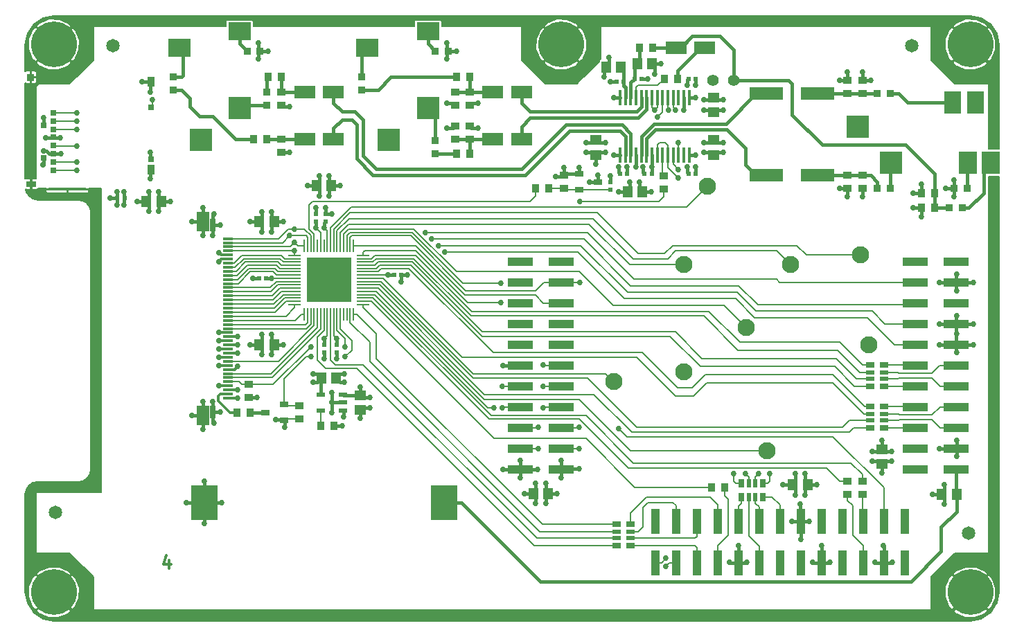
<source format=gbl>
%FSLAX34Y34*%
G04 Gerber Fmt 3.4, Leading zero omitted, Abs format*
G04 (created by PCBNEW (2014-03-01 BZR 4730)-product) date Tuesday, July 01, 2014 'PMt' 01:30:20 PM*
%MOIN*%
G01*
G70*
G90*
G04 APERTURE LIST*
%ADD10C,0.006000*%
%ADD11C,0.011811*%
%ADD12R,0.125984X0.165354*%
%ADD13R,0.024400X0.024400*%
%ADD14R,0.163400X0.063000*%
%ADD15R,0.039400X0.037400*%
%ADD16R,0.100400X0.063000*%
%ADD17R,0.037400X0.039400*%
%ADD18C,0.220472*%
%ADD19C,0.023622*%
%ADD20R,0.047244X0.011811*%
%ADD21R,0.031496X0.062992*%
%ADD22R,0.062992X0.094488*%
%ADD23R,0.037400X0.037400*%
%ADD24R,0.124016X0.039370*%
%ADD25R,0.039370X0.124016*%
%ADD26R,0.041339X0.025591*%
%ADD27R,0.035400X0.039400*%
%ADD28R,0.039400X0.035400*%
%ADD29C,0.055118*%
%ADD30R,0.019685X0.039370*%
%ADD31R,0.027559X0.039370*%
%ADD32R,0.039370X0.019685*%
%ADD33R,0.039370X0.027559*%
%ADD34R,0.045300X0.057100*%
%ADD35R,0.057100X0.045300*%
%ADD36C,0.065000*%
%ADD37C,0.082677*%
%ADD38R,0.110236X0.086614*%
%ADD39R,0.110236X0.110236*%
%ADD40R,0.086614X0.110236*%
%ADD41R,0.078740X0.110236*%
%ADD42R,0.033465X0.047244*%
%ADD43R,0.029528X0.025591*%
%ADD44R,0.033465X0.051181*%
%ADD45R,0.045276X0.029331*%
%ADD46R,0.035433X0.037402*%
%ADD47R,0.025591X0.027559*%
%ADD48R,0.029528X0.027559*%
%ADD49R,0.182283X0.016535*%
%ADD50R,0.017700X0.072800*%
%ADD51R,0.043300X0.023600*%
%ADD52R,0.007874X0.059055*%
%ADD53R,0.059055X0.007874*%
%ADD54R,0.216535X0.216535*%
%ADD55C,0.027500*%
%ADD56C,0.015748*%
%ADD57C,0.007874*%
G04 APERTURE END LIST*
G54D10*
G54D11*
X30742Y-65778D02*
X30742Y-66172D01*
X30601Y-65553D02*
X30461Y-65975D01*
X30826Y-65975D01*
G54D12*
X43956Y-62992D03*
X32421Y-62992D03*
G54D13*
X51968Y-47578D03*
X51968Y-47932D03*
X56082Y-47165D03*
X55728Y-47165D03*
X53956Y-47165D03*
X53602Y-47165D03*
X52421Y-47165D03*
X52775Y-47165D03*
X55728Y-42598D03*
X56082Y-42598D03*
X52617Y-42755D03*
X52263Y-42755D03*
X53130Y-42598D03*
X53484Y-42598D03*
G54D14*
X59468Y-47244D03*
X61948Y-47244D03*
X59468Y-43307D03*
X61948Y-43307D03*
G54D15*
X63385Y-47874D03*
X63385Y-47244D03*
X64094Y-43307D03*
X64094Y-42677D03*
G54D16*
X56515Y-41102D03*
X55137Y-41102D03*
G54D17*
X67559Y-48110D03*
X66929Y-48110D03*
G54D13*
X28248Y-48346D03*
X28602Y-48346D03*
X37795Y-49468D03*
X37795Y-49114D03*
X38267Y-49468D03*
X38267Y-49114D03*
X41555Y-52047D03*
X41909Y-52047D03*
X38818Y-55413D03*
X38818Y-55767D03*
X38188Y-55413D03*
X38188Y-55767D03*
X35413Y-52204D03*
X35059Y-52204D03*
G54D17*
X38031Y-59291D03*
X38661Y-59291D03*
G54D18*
X49606Y-40944D03*
G54D19*
X49606Y-40078D03*
X48740Y-40944D03*
X49606Y-41811D03*
X50472Y-40944D03*
X50216Y-40334D03*
X48996Y-40334D03*
X48996Y-41555D03*
X50216Y-41555D03*
G54D18*
X69291Y-40944D03*
G54D19*
X69291Y-40078D03*
X68425Y-40944D03*
X69291Y-41811D03*
X70157Y-40944D03*
X69901Y-40334D03*
X68681Y-40334D03*
X68681Y-41555D03*
X69901Y-41555D03*
G54D18*
X69291Y-67322D03*
G54D19*
X69291Y-66456D03*
X68425Y-67322D03*
X69291Y-68188D03*
X70157Y-67322D03*
X69901Y-66712D03*
X68681Y-66712D03*
X68681Y-67933D03*
X69901Y-67933D03*
G54D18*
X25196Y-67322D03*
G54D19*
X25196Y-66456D03*
X24330Y-67322D03*
X25196Y-68188D03*
X26062Y-67322D03*
X25807Y-66712D03*
X24586Y-66712D03*
X24586Y-67933D03*
X25807Y-67933D03*
G54D18*
X25196Y-40944D03*
G54D19*
X25196Y-40078D03*
X24330Y-40944D03*
X25196Y-41811D03*
X26062Y-40944D03*
X25807Y-40334D03*
X24586Y-40334D03*
X24586Y-41555D03*
X25807Y-41555D03*
G54D20*
X33582Y-57972D03*
X33582Y-57775D03*
X33582Y-57578D03*
X33582Y-57381D03*
X33582Y-57185D03*
X33582Y-56988D03*
X33582Y-56791D03*
X33582Y-56594D03*
X33582Y-56397D03*
X33582Y-56200D03*
X33582Y-56003D03*
X33582Y-55807D03*
X33582Y-55610D03*
X33582Y-55413D03*
X33582Y-55216D03*
X33582Y-55019D03*
X33582Y-54822D03*
X33582Y-54625D03*
X33582Y-54429D03*
X33582Y-54232D03*
X33582Y-54035D03*
X33582Y-53838D03*
X33582Y-53641D03*
X33582Y-53444D03*
X33582Y-53248D03*
X33582Y-53051D03*
X33582Y-52854D03*
X33582Y-52657D03*
X33582Y-52460D03*
X33582Y-52263D03*
X33582Y-52066D03*
X33582Y-51870D03*
X33582Y-51673D03*
X33582Y-51476D03*
X33582Y-51279D03*
X33582Y-51082D03*
X33582Y-50885D03*
X33582Y-50688D03*
X33582Y-50492D03*
X33582Y-50295D03*
G54D21*
X32834Y-58641D03*
G54D22*
X32362Y-58799D03*
X32362Y-49468D03*
G54D21*
X32834Y-49625D03*
G54D23*
X65433Y-47874D03*
X64803Y-47874D03*
X65433Y-43307D03*
X64803Y-43307D03*
X69133Y-47874D03*
X68503Y-47874D03*
X68897Y-48818D03*
X68267Y-48818D03*
G54D24*
X66627Y-61397D03*
X68616Y-61397D03*
X66627Y-60397D03*
X68616Y-60397D03*
X66627Y-59397D03*
X68616Y-59397D03*
X66627Y-58397D03*
X68616Y-58397D03*
X66627Y-57397D03*
X68616Y-57397D03*
X66627Y-56397D03*
X68616Y-56397D03*
X66627Y-55397D03*
X68616Y-55397D03*
X66627Y-54397D03*
X68616Y-54397D03*
X66627Y-53397D03*
X68616Y-53397D03*
X66627Y-52397D03*
X68616Y-52397D03*
X66627Y-51397D03*
X68616Y-51397D03*
G54D25*
X66122Y-65891D03*
X66122Y-63903D03*
X65122Y-65891D03*
X65122Y-63903D03*
X64122Y-65891D03*
X64122Y-63903D03*
X63122Y-65891D03*
X63122Y-63903D03*
X62122Y-65891D03*
X62122Y-63903D03*
X61122Y-65891D03*
X61122Y-63903D03*
X60122Y-65891D03*
X60122Y-63903D03*
X59122Y-65891D03*
X59122Y-63903D03*
X58122Y-65891D03*
X58122Y-63903D03*
X57122Y-65891D03*
X57122Y-63903D03*
X56122Y-65891D03*
X56122Y-63903D03*
X55122Y-65891D03*
X55122Y-63903D03*
X54122Y-65891D03*
X54122Y-63903D03*
G54D24*
X47627Y-61397D03*
X49616Y-61397D03*
X47627Y-60397D03*
X49616Y-60397D03*
X47627Y-59397D03*
X49616Y-59397D03*
X47627Y-58397D03*
X49616Y-58397D03*
X47627Y-57397D03*
X49616Y-57397D03*
X47627Y-56397D03*
X49616Y-56397D03*
X47627Y-55397D03*
X49616Y-55397D03*
X47627Y-54397D03*
X49616Y-54397D03*
X47627Y-53397D03*
X49616Y-53397D03*
X47627Y-52397D03*
X49616Y-52397D03*
X47627Y-51397D03*
X49616Y-51397D03*
G54D26*
X50452Y-47933D03*
X50452Y-47185D03*
X51358Y-47559D03*
X36279Y-58287D03*
X36279Y-59035D03*
X35374Y-58661D03*
G54D27*
X49015Y-47874D03*
X48385Y-47874D03*
G54D28*
X49724Y-47244D03*
X49724Y-47874D03*
G54D27*
X55196Y-42598D03*
X54566Y-42598D03*
G54D28*
X64094Y-47874D03*
X64094Y-47244D03*
X63385Y-43307D03*
X63385Y-42677D03*
G54D27*
X67559Y-48818D03*
X66929Y-48818D03*
X53385Y-41102D03*
X54015Y-41102D03*
G54D28*
X34566Y-57322D03*
X34566Y-57952D03*
X37007Y-58976D03*
X37007Y-58346D03*
G54D27*
X34645Y-58661D03*
X34015Y-58661D03*
G54D28*
X54527Y-47913D03*
X54527Y-47283D03*
G54D29*
X57901Y-42677D03*
X56901Y-42677D03*
G54D30*
X58937Y-62736D03*
X58622Y-62736D03*
G54D31*
X59291Y-62736D03*
X58267Y-62736D03*
X58267Y-62066D03*
G54D30*
X58622Y-62066D03*
X58937Y-62066D03*
G54D31*
X59291Y-62066D03*
G54D32*
X52933Y-64409D03*
X52933Y-64724D03*
G54D33*
X52933Y-64055D03*
X52933Y-65078D03*
X52263Y-65078D03*
G54D32*
X52263Y-64724D03*
X52263Y-64409D03*
G54D33*
X52263Y-64055D03*
G54D32*
X65137Y-56732D03*
X65137Y-57047D03*
G54D33*
X65137Y-56377D03*
X65137Y-57401D03*
X64468Y-57401D03*
G54D32*
X64468Y-57047D03*
X64468Y-56732D03*
G54D33*
X64468Y-56377D03*
G54D32*
X65137Y-58740D03*
X65137Y-59055D03*
G54D33*
X65137Y-58385D03*
X65137Y-59409D03*
X64468Y-59409D03*
G54D32*
X64468Y-59055D03*
X64468Y-58740D03*
G54D33*
X64468Y-58385D03*
G54D28*
X64094Y-61968D03*
X64094Y-62598D03*
X63385Y-61968D03*
X63385Y-62598D03*
G54D27*
X56850Y-62283D03*
X57480Y-62283D03*
G54D15*
X45196Y-44881D03*
X45196Y-45511D03*
X45196Y-43228D03*
X45196Y-43858D03*
G54D16*
X47696Y-45511D03*
X46318Y-45511D03*
X47696Y-43228D03*
X46318Y-43228D03*
X38641Y-43228D03*
X37263Y-43228D03*
X38641Y-45511D03*
X37263Y-45511D03*
G54D23*
X43543Y-41259D03*
X44173Y-41259D03*
X43543Y-46220D03*
X43543Y-45590D03*
X40000Y-43149D03*
X40000Y-42519D03*
X35433Y-43858D03*
X35433Y-43228D03*
X30944Y-42519D03*
X30944Y-43149D03*
X34488Y-41259D03*
X35118Y-41259D03*
G54D27*
X45196Y-46220D03*
X44566Y-46220D03*
X45196Y-42519D03*
X44566Y-42519D03*
G54D28*
X44488Y-44881D03*
X44488Y-45511D03*
X44488Y-43228D03*
X44488Y-43858D03*
X36141Y-43858D03*
X36141Y-43228D03*
X36141Y-45511D03*
X36141Y-46141D03*
G54D27*
X35511Y-42519D03*
X36141Y-42519D03*
X34803Y-45511D03*
X35433Y-45511D03*
G54D34*
X68621Y-62598D03*
X67913Y-62598D03*
X38071Y-57007D03*
X38779Y-57007D03*
G54D35*
X39921Y-57834D03*
X39921Y-58542D03*
G54D34*
X35787Y-55393D03*
X35079Y-55393D03*
X35787Y-49488D03*
X35079Y-49488D03*
X38542Y-47755D03*
X37834Y-47755D03*
X48976Y-62559D03*
X48268Y-62559D03*
X29646Y-48503D03*
X30354Y-48503D03*
G54D35*
X56929Y-43504D03*
X56929Y-44212D03*
G54D34*
X53268Y-41889D03*
X53976Y-41889D03*
G54D35*
X51259Y-46259D03*
X51259Y-45551D03*
G54D34*
X53503Y-48031D03*
X52795Y-48031D03*
X52479Y-42047D03*
X51771Y-42047D03*
G54D35*
X56929Y-46259D03*
X56929Y-45551D03*
G54D34*
X60748Y-62125D03*
X61456Y-62125D03*
G54D35*
X65039Y-60433D03*
X65039Y-61141D03*
G54D36*
X28031Y-41023D03*
X66456Y-41023D03*
X25275Y-63464D03*
X69212Y-64488D03*
G54D37*
X55492Y-56711D03*
X60648Y-51555D03*
X58507Y-54570D03*
X55492Y-51555D03*
X56651Y-47775D03*
X64017Y-51082D03*
X64401Y-55414D03*
X59490Y-60492D03*
X52124Y-57185D03*
G54D38*
X34133Y-40314D03*
G54D39*
X34133Y-44015D03*
X32253Y-45551D03*
G54D38*
X31220Y-41102D03*
X43188Y-40314D03*
G54D39*
X43188Y-44015D03*
X41309Y-45551D03*
G54D38*
X40275Y-41102D03*
G54D40*
X70275Y-46653D03*
X69173Y-46653D03*
G54D39*
X65472Y-46653D03*
X63858Y-44901D03*
G54D41*
X68425Y-43740D03*
X69527Y-43740D03*
G54D42*
X29852Y-46973D03*
G54D43*
X29872Y-46486D03*
X29872Y-43986D03*
G54D44*
X29852Y-42750D03*
G54D45*
X24104Y-47661D03*
G54D46*
X24074Y-42529D03*
G54D47*
X24694Y-46407D03*
X24694Y-44832D03*
G54D48*
X25167Y-44242D03*
X25167Y-44635D03*
X25167Y-45029D03*
X25167Y-45423D03*
X25167Y-45816D03*
X25167Y-46210D03*
X25167Y-46604D03*
X25167Y-46998D03*
G54D49*
X25840Y-47922D03*
G54D50*
X55757Y-46259D03*
X55501Y-46259D03*
X55246Y-46259D03*
X54990Y-46259D03*
X54734Y-46259D03*
X54478Y-46259D03*
X54222Y-46259D03*
X53966Y-46259D03*
X53710Y-46259D03*
X53454Y-46259D03*
X53198Y-46259D03*
X52942Y-46259D03*
X52687Y-46259D03*
X52431Y-46259D03*
X52431Y-43503D03*
X52687Y-43503D03*
X52942Y-43503D03*
X53198Y-43503D03*
X53454Y-43503D03*
X53710Y-43503D03*
X53966Y-43503D03*
X54222Y-43503D03*
X54478Y-43503D03*
X54734Y-43503D03*
X54990Y-43503D03*
X55246Y-43503D03*
X55501Y-43503D03*
X55757Y-43503D03*
G54D51*
X39113Y-57814D03*
X39113Y-58188D03*
X39113Y-58562D03*
X38051Y-58562D03*
X38051Y-57814D03*
G54D52*
X37244Y-50629D03*
X37401Y-50629D03*
X37559Y-50629D03*
X37716Y-50629D03*
X37874Y-50629D03*
X38031Y-50629D03*
X38188Y-50629D03*
X38346Y-50629D03*
X38503Y-50629D03*
X38661Y-50629D03*
X38818Y-50629D03*
X38976Y-50629D03*
X39133Y-50629D03*
X39291Y-50629D03*
X39448Y-50629D03*
X39606Y-50629D03*
G54D53*
X40078Y-51102D03*
X40078Y-51259D03*
X40078Y-51417D03*
X40078Y-51574D03*
X40078Y-51732D03*
X40078Y-51889D03*
X40078Y-52047D03*
X40078Y-52204D03*
X40078Y-52362D03*
X40078Y-52519D03*
X40078Y-52677D03*
X40078Y-52834D03*
X40078Y-52992D03*
X40078Y-53149D03*
X40078Y-53307D03*
X40078Y-53464D03*
G54D52*
X39606Y-53937D03*
X39448Y-53937D03*
X39291Y-53937D03*
X39133Y-53937D03*
X38976Y-53937D03*
X38818Y-53937D03*
X38661Y-53937D03*
X38503Y-53937D03*
X38346Y-53937D03*
X38188Y-53937D03*
X38031Y-53937D03*
X37874Y-53937D03*
X37716Y-53937D03*
X37559Y-53937D03*
X37401Y-53937D03*
X37244Y-53937D03*
G54D53*
X36771Y-53464D03*
X36771Y-53307D03*
X36771Y-53149D03*
X36771Y-52992D03*
X36771Y-52834D03*
X36771Y-52677D03*
X36771Y-52519D03*
X36771Y-52362D03*
X36771Y-52204D03*
X36771Y-52047D03*
X36771Y-51889D03*
X36771Y-51732D03*
X36771Y-51574D03*
X36771Y-51417D03*
X36771Y-51259D03*
X36771Y-51102D03*
G54D54*
X38425Y-52283D03*
G54D55*
X35669Y-52204D03*
X36220Y-49488D03*
X35669Y-49960D03*
X35669Y-49015D03*
X35669Y-55866D03*
X36220Y-55393D03*
X35669Y-54921D03*
X37677Y-57204D03*
X37677Y-56811D03*
X38188Y-49763D03*
X33129Y-50964D03*
X38188Y-55118D03*
X38818Y-55118D03*
X50452Y-46870D03*
X49724Y-46889D03*
X49330Y-47322D03*
X38976Y-47755D03*
X38425Y-48228D03*
X38425Y-47283D03*
X35866Y-59015D03*
X36299Y-59370D03*
X39133Y-58858D03*
X40393Y-57952D03*
X39921Y-57440D03*
X48858Y-63031D03*
X49409Y-62559D03*
X48858Y-62086D03*
X29763Y-48976D03*
X29763Y-48031D03*
X65039Y-60000D03*
X65511Y-60551D03*
X64566Y-60551D03*
X60275Y-62125D03*
X60866Y-61614D03*
X60866Y-62637D03*
X41259Y-52047D03*
X28228Y-48661D03*
X28228Y-48031D03*
X27913Y-48346D03*
X29212Y-48503D03*
X49606Y-61811D03*
X50472Y-61377D03*
X49606Y-60984D03*
X61535Y-63897D03*
X60708Y-63897D03*
X61141Y-64763D03*
X61102Y-63070D03*
X67795Y-60393D03*
X68622Y-60787D03*
X68622Y-60000D03*
X25511Y-45433D03*
X24803Y-45433D03*
X37795Y-49763D03*
X33129Y-57381D03*
X51968Y-47263D03*
X50964Y-47559D03*
X51358Y-47244D03*
X53937Y-48031D03*
X53385Y-47559D03*
X52362Y-46850D03*
X56062Y-46850D03*
X56456Y-46141D03*
X57401Y-46141D03*
X56456Y-43622D03*
X57401Y-43622D03*
X55669Y-42913D03*
X51732Y-46141D03*
X50787Y-46141D03*
X51259Y-46692D03*
X53976Y-46850D03*
X55511Y-44094D03*
X52125Y-46259D03*
X56062Y-46259D03*
X57913Y-61614D03*
X55118Y-44094D03*
X55236Y-45669D03*
X58464Y-61614D03*
X59645Y-61614D03*
X55236Y-46968D03*
X55236Y-47362D03*
X59094Y-61614D03*
X54763Y-44094D03*
X54645Y-65669D03*
X54251Y-44448D03*
X54645Y-66062D03*
X50511Y-48503D03*
X50511Y-52401D03*
X37559Y-55984D03*
X39212Y-55984D03*
X37559Y-55511D03*
X39212Y-55511D03*
X46692Y-53385D03*
X46771Y-57401D03*
X46692Y-52440D03*
X46771Y-58425D03*
X46377Y-58425D03*
X52362Y-59448D03*
X50472Y-60393D03*
X29921Y-43622D03*
X26299Y-45826D03*
X48740Y-56377D03*
X48740Y-57401D03*
X26299Y-45039D03*
X26299Y-46614D03*
X48740Y-58425D03*
X26299Y-47007D03*
X48503Y-59370D03*
X50472Y-59370D03*
X26299Y-44251D03*
X48503Y-60393D03*
X26299Y-44645D03*
X36771Y-50472D03*
X43700Y-50629D03*
X36535Y-50157D03*
X43385Y-50314D03*
X44015Y-50944D03*
X36771Y-50866D03*
X43070Y-50000D03*
X36771Y-49842D03*
X27263Y-48129D03*
X27263Y-49311D03*
X27263Y-50492D03*
X27263Y-51673D03*
X24685Y-48267D03*
X25866Y-48267D03*
X35039Y-39862D03*
X32677Y-39862D03*
X42125Y-39862D03*
X44488Y-39862D03*
X45669Y-39862D03*
X46850Y-39862D03*
X48031Y-39862D03*
X48031Y-41043D03*
X48425Y-41929D03*
X49606Y-42519D03*
X50688Y-42027D03*
X51181Y-41043D03*
X51181Y-39862D03*
X52362Y-39862D03*
X53543Y-39862D03*
X54724Y-39862D03*
X55905Y-39862D03*
X57086Y-39862D03*
X58267Y-39862D03*
X59448Y-39862D03*
X60629Y-39862D03*
X61811Y-39862D03*
X62992Y-39862D03*
X64173Y-39862D03*
X65354Y-39862D03*
X66535Y-39862D03*
X70374Y-42519D03*
X67716Y-39862D03*
X67716Y-41043D03*
X68208Y-42027D03*
X69192Y-42519D03*
X26771Y-39862D03*
X24114Y-43110D03*
X24114Y-44291D03*
X24114Y-45472D03*
X24114Y-46653D03*
X25196Y-42519D03*
X26279Y-42027D03*
X26771Y-41043D03*
X27952Y-39862D03*
X29133Y-39862D03*
X30314Y-39862D03*
X31496Y-39862D03*
X36220Y-39862D03*
X37401Y-39862D03*
X40944Y-39862D03*
X39763Y-39862D03*
X38582Y-39862D03*
X70374Y-44881D03*
X70374Y-43700D03*
X27263Y-55216D03*
X27263Y-52854D03*
X26771Y-68405D03*
X24212Y-62401D03*
X24114Y-63385D03*
X24114Y-64566D03*
X24114Y-65748D03*
X25295Y-65748D03*
X26279Y-66240D03*
X26771Y-67224D03*
X29133Y-68405D03*
X27952Y-68405D03*
X27263Y-54133D03*
X27263Y-56397D03*
X27263Y-57578D03*
X27263Y-58759D03*
X27263Y-59940D03*
X27263Y-61122D03*
X27263Y-62303D03*
X26279Y-62303D03*
X25098Y-62303D03*
X66535Y-68405D03*
X65354Y-68405D03*
X64173Y-68405D03*
X62992Y-68405D03*
X61811Y-68405D03*
X60629Y-68405D03*
X59448Y-68405D03*
X58267Y-68405D03*
X57086Y-68405D03*
X55905Y-68405D03*
X54724Y-68405D03*
X53543Y-68405D03*
X52362Y-68405D03*
X51181Y-68405D03*
X50000Y-68405D03*
X48818Y-68405D03*
X47637Y-68405D03*
X46456Y-68405D03*
X45275Y-68405D03*
X44094Y-68405D03*
X42913Y-68405D03*
X41732Y-68405D03*
X40551Y-68405D03*
X39370Y-68405D03*
X38188Y-68405D03*
X37007Y-68405D03*
X35826Y-68405D03*
X34645Y-68405D03*
X33464Y-68405D03*
X32283Y-68405D03*
X31102Y-68405D03*
X67716Y-68405D03*
X29921Y-68405D03*
X70374Y-48031D03*
X70374Y-49212D03*
X70374Y-50393D03*
X70374Y-51574D03*
X70374Y-52755D03*
X70374Y-53937D03*
X70374Y-55118D03*
X70374Y-56299D03*
X70374Y-57480D03*
X70374Y-58661D03*
X70374Y-59842D03*
X70374Y-61023D03*
X70374Y-62204D03*
X70374Y-63385D03*
X70374Y-64566D03*
X70374Y-65748D03*
X69192Y-65748D03*
X68208Y-66240D03*
X67716Y-67224D03*
X34763Y-52204D03*
X37401Y-47755D03*
X37952Y-47283D03*
X37952Y-48228D03*
X38582Y-49094D03*
X38267Y-48818D03*
X37795Y-48818D03*
X34645Y-49488D03*
X35196Y-49960D03*
X35196Y-49015D03*
X35196Y-54921D03*
X34645Y-55393D03*
X35196Y-55866D03*
X39921Y-58937D03*
X40393Y-58425D03*
X39173Y-57204D03*
X39173Y-56811D03*
X42204Y-52047D03*
X41889Y-52362D03*
X47834Y-62559D03*
X48385Y-62086D03*
X48385Y-63031D03*
X67480Y-62598D03*
X68031Y-63070D03*
X68031Y-62125D03*
X69448Y-55393D03*
X69448Y-54409D03*
X69448Y-52401D03*
X52362Y-48031D03*
X52913Y-47559D03*
X52755Y-46850D03*
X55669Y-46850D03*
X56456Y-45669D03*
X57401Y-45669D03*
X57401Y-44094D03*
X56456Y-44094D03*
X56062Y-42913D03*
X54409Y-41889D03*
X54094Y-42362D03*
X53779Y-42598D03*
X51653Y-42519D03*
X51968Y-42755D03*
X51889Y-41574D03*
X45590Y-44960D03*
X44094Y-44960D03*
X44094Y-43779D03*
X45590Y-43779D03*
X36535Y-43937D03*
X36535Y-46141D03*
X30236Y-48976D03*
X30787Y-48503D03*
X30236Y-48031D03*
X28582Y-48661D03*
X28582Y-48031D03*
X35039Y-41653D03*
X35511Y-41259D03*
X44566Y-41259D03*
X44094Y-40866D03*
X35039Y-40866D03*
X50787Y-45669D03*
X51732Y-45669D03*
X44094Y-41653D03*
X32421Y-61968D03*
X65039Y-61574D03*
X65511Y-61023D03*
X64566Y-61023D03*
X61338Y-61614D03*
X61889Y-62125D03*
X61338Y-62637D03*
X68503Y-47480D03*
X66535Y-48110D03*
X66929Y-47677D03*
X52125Y-43503D03*
X24685Y-46751D03*
X63385Y-42283D03*
X64094Y-42283D03*
X68622Y-52007D03*
X68622Y-55787D03*
X66929Y-49251D03*
X66535Y-48818D03*
X25531Y-46200D03*
X24704Y-46062D03*
X24704Y-44488D03*
X32362Y-50137D03*
X32834Y-50137D03*
X33188Y-49625D03*
X32893Y-49094D03*
X31850Y-49468D03*
X32362Y-48799D03*
X32834Y-58129D03*
X31850Y-58799D03*
X32362Y-58129D03*
X32362Y-59468D03*
X32893Y-59173D03*
X33188Y-58641D03*
X32421Y-64015D03*
X31574Y-62992D03*
X33267Y-62992D03*
X64094Y-48267D03*
X63385Y-48267D03*
X62992Y-47874D03*
X62992Y-42677D03*
X64488Y-42677D03*
X68503Y-48267D03*
X68110Y-47874D03*
X39055Y-59291D03*
X38582Y-58188D03*
X38582Y-58661D03*
X38582Y-57716D03*
X53543Y-46850D03*
X53188Y-46850D03*
X54094Y-44094D03*
X56062Y-43503D03*
X29448Y-42755D03*
X29842Y-43228D03*
X29842Y-46141D03*
X29842Y-47401D03*
X38425Y-52283D03*
X38425Y-53149D03*
X39291Y-52283D03*
X37559Y-52283D03*
X38425Y-51417D03*
X39291Y-53149D03*
X37559Y-53149D03*
X39291Y-51417D03*
X37559Y-51417D03*
X61712Y-65885D03*
X62539Y-65885D03*
X62125Y-65059D03*
X57716Y-65885D03*
X58543Y-65885D03*
X58129Y-65059D03*
X46791Y-56397D03*
X48464Y-61397D03*
X46791Y-61397D03*
X47637Y-61811D03*
X47637Y-60984D03*
X64704Y-65885D03*
X65531Y-65885D03*
X65118Y-65059D03*
X34960Y-57952D03*
X34035Y-56456D03*
X33129Y-56397D03*
X34035Y-55019D03*
X33129Y-54822D03*
X67795Y-55393D03*
X68622Y-54881D03*
X67795Y-54409D03*
X68622Y-54015D03*
X68622Y-52795D03*
X67795Y-52401D03*
X33129Y-51397D03*
X34035Y-57972D03*
X34035Y-57578D03*
X34035Y-55807D03*
X34035Y-55413D03*
X33129Y-56003D03*
X33129Y-55610D03*
X33129Y-55216D03*
X38188Y-56062D03*
X38818Y-56062D03*
G54D56*
X35413Y-52204D02*
X35669Y-52204D01*
G54D57*
X35669Y-52204D02*
X36771Y-52204D01*
G54D56*
X35787Y-49488D02*
X36220Y-49488D01*
X35787Y-49488D02*
X35669Y-49605D01*
X35669Y-49605D02*
X35669Y-49960D01*
X35787Y-49488D02*
X35669Y-49370D01*
X35669Y-49370D02*
X35669Y-49015D01*
X35787Y-55393D02*
X35669Y-55511D01*
X35669Y-55511D02*
X35669Y-55866D01*
X35787Y-55393D02*
X36220Y-55393D01*
X35787Y-55393D02*
X35669Y-55275D01*
X35669Y-55275D02*
X35669Y-54921D01*
X38071Y-57007D02*
X37874Y-57204D01*
X37874Y-57204D02*
X37677Y-57204D01*
X38071Y-57007D02*
X37874Y-56811D01*
X37874Y-56811D02*
X37677Y-56811D01*
X38051Y-57814D02*
X38051Y-57027D01*
X38051Y-57027D02*
X38071Y-57007D01*
X38188Y-49763D02*
X38188Y-49547D01*
X38188Y-49547D02*
X38267Y-49468D01*
G54D57*
X38346Y-50629D02*
X38346Y-49921D01*
X38346Y-49921D02*
X38188Y-49763D01*
G54D11*
X33582Y-51082D02*
X33248Y-51082D01*
X33248Y-51082D02*
X33129Y-50964D01*
G54D56*
X38188Y-55413D02*
X38188Y-55118D01*
G54D57*
X38346Y-54960D02*
X38346Y-53937D01*
X38346Y-54960D02*
X38188Y-55118D01*
G54D56*
X38818Y-55413D02*
X38818Y-55118D01*
G54D57*
X38661Y-54960D02*
X38818Y-55118D01*
X38661Y-54960D02*
X38661Y-53937D01*
G54D56*
X50452Y-47185D02*
X50452Y-46870D01*
X49724Y-47244D02*
X49724Y-46889D01*
X50452Y-47185D02*
X49783Y-47185D01*
X49783Y-47185D02*
X49724Y-47244D01*
X49724Y-47244D02*
X49645Y-47322D01*
X49645Y-47322D02*
X49330Y-47322D01*
X38542Y-47755D02*
X38976Y-47755D01*
X38542Y-47755D02*
X38425Y-47873D01*
X38425Y-47873D02*
X38425Y-48228D01*
X38542Y-47755D02*
X38425Y-47638D01*
X38425Y-47638D02*
X38425Y-47283D01*
X36279Y-59035D02*
X36259Y-59015D01*
X36259Y-59015D02*
X35866Y-59015D01*
X36279Y-59035D02*
X36299Y-59055D01*
X36299Y-59055D02*
X36299Y-59370D01*
X39113Y-58562D02*
X39133Y-58583D01*
X39133Y-58583D02*
X39133Y-58858D01*
X39113Y-57814D02*
X39133Y-57834D01*
X39133Y-57834D02*
X39921Y-57834D01*
X39921Y-57834D02*
X40039Y-57952D01*
X40039Y-57952D02*
X40393Y-57952D01*
X39921Y-57834D02*
X39921Y-57440D01*
X48976Y-62559D02*
X48858Y-62676D01*
X48858Y-62676D02*
X48858Y-63031D01*
X48976Y-62559D02*
X49409Y-62559D01*
X48976Y-62559D02*
X48858Y-62441D01*
X48858Y-62441D02*
X48858Y-62086D01*
X29646Y-48503D02*
X29763Y-48621D01*
X29763Y-48621D02*
X29763Y-48976D01*
X29646Y-48503D02*
X29763Y-48386D01*
X29763Y-48386D02*
X29763Y-48031D01*
X65039Y-60433D02*
X65039Y-60000D01*
X65039Y-60433D02*
X65157Y-60551D01*
X65157Y-60551D02*
X65511Y-60551D01*
X65039Y-60433D02*
X64921Y-60551D01*
X64921Y-60551D02*
X64566Y-60551D01*
X60748Y-62125D02*
X60275Y-62125D01*
X60748Y-62125D02*
X60866Y-62008D01*
X60866Y-62008D02*
X60866Y-61614D01*
X60748Y-62125D02*
X60866Y-62243D01*
X60866Y-62243D02*
X60866Y-62637D01*
X41555Y-52047D02*
X41259Y-52047D01*
G54D57*
X41259Y-52047D02*
X40314Y-52047D01*
G54D56*
X28248Y-48346D02*
X28248Y-48641D01*
X28248Y-48641D02*
X28228Y-48661D01*
X28248Y-48346D02*
X28248Y-48051D01*
X28248Y-48051D02*
X28228Y-48031D01*
X28248Y-48346D02*
X27913Y-48346D01*
X29646Y-48503D02*
X29212Y-48503D01*
X49616Y-61397D02*
X49606Y-61407D01*
X49606Y-61407D02*
X49606Y-61811D01*
X49616Y-61397D02*
X49635Y-61377D01*
X49635Y-61377D02*
X50472Y-61377D01*
X49616Y-61397D02*
X49606Y-61387D01*
X49606Y-61387D02*
X49606Y-60984D01*
X61122Y-63903D02*
X61127Y-63897D01*
X61127Y-63897D02*
X61535Y-63897D01*
X61122Y-63903D02*
X61116Y-63897D01*
X61116Y-63897D02*
X60708Y-63897D01*
X61122Y-63903D02*
X61141Y-63923D01*
X61141Y-63923D02*
X61141Y-64763D01*
X61122Y-63903D02*
X61102Y-63883D01*
X61102Y-63883D02*
X61102Y-63070D01*
X68616Y-60397D02*
X68612Y-60393D01*
X68612Y-60393D02*
X67795Y-60393D01*
X68616Y-60397D02*
X68622Y-60403D01*
X68622Y-60403D02*
X68622Y-60787D01*
X68616Y-60397D02*
X68622Y-60391D01*
X68622Y-60391D02*
X68622Y-60000D01*
G54D57*
X25167Y-45423D02*
X25177Y-45433D01*
G54D56*
X25177Y-45433D02*
X25511Y-45433D01*
G54D57*
X25167Y-45423D02*
X25157Y-45433D01*
G54D56*
X25157Y-45433D02*
X24803Y-45433D01*
X37795Y-49468D02*
X37795Y-49763D01*
G54D57*
X38031Y-50000D02*
X38031Y-50629D01*
X38031Y-50000D02*
X37795Y-49763D01*
X37007Y-58976D02*
X36338Y-58976D01*
X36338Y-58976D02*
X36279Y-59035D01*
G54D11*
X33582Y-57381D02*
X33129Y-57381D01*
G54D57*
X37480Y-49842D02*
X37480Y-48661D01*
X37716Y-50078D02*
X37480Y-49842D01*
X37716Y-50629D02*
X37716Y-50078D01*
X48385Y-48228D02*
X48385Y-47874D01*
X48110Y-48503D02*
X48385Y-48228D01*
X37637Y-48503D02*
X48110Y-48503D01*
X37480Y-48661D02*
X37637Y-48503D01*
G54D56*
X51968Y-47578D02*
X51968Y-47263D01*
X51358Y-47559D02*
X50964Y-47559D01*
X51358Y-47559D02*
X51358Y-47244D01*
X53503Y-48031D02*
X53937Y-48031D01*
X53503Y-48031D02*
X53385Y-47913D01*
X53385Y-47913D02*
X53385Y-47559D01*
X52421Y-47165D02*
X52362Y-47106D01*
X52362Y-47106D02*
X52362Y-46850D01*
X56082Y-47165D02*
X56062Y-47145D01*
X56062Y-47145D02*
X56062Y-46850D01*
X56929Y-46259D02*
X56811Y-46141D01*
X56811Y-46141D02*
X56456Y-46141D01*
X56929Y-46259D02*
X57046Y-46141D01*
X57046Y-46141D02*
X57401Y-46141D01*
X56929Y-43504D02*
X56811Y-43622D01*
X56811Y-43622D02*
X56456Y-43622D01*
X56929Y-43504D02*
X57046Y-43622D01*
X57046Y-43622D02*
X57401Y-43622D01*
X55728Y-42598D02*
X55669Y-42657D01*
X55669Y-42657D02*
X55669Y-42913D01*
X51259Y-46259D02*
X51377Y-46141D01*
X51377Y-46141D02*
X51732Y-46141D01*
X51259Y-46259D02*
X51142Y-46141D01*
X51142Y-46141D02*
X50787Y-46141D01*
X51259Y-46259D02*
X51259Y-46692D01*
X53966Y-46259D02*
X53966Y-46840D01*
X53966Y-46840D02*
X53976Y-46850D01*
X53956Y-46870D02*
X53956Y-47165D01*
X53956Y-46870D02*
X53976Y-46850D01*
X55501Y-43503D02*
X55501Y-44084D01*
X55501Y-44084D02*
X55511Y-44094D01*
X52431Y-46259D02*
X52126Y-46259D01*
X52126Y-46259D02*
X52125Y-46259D01*
X55757Y-46259D02*
X56062Y-46259D01*
X56062Y-46259D02*
X56062Y-46259D01*
G54D57*
X58267Y-62736D02*
X58267Y-63031D01*
X58122Y-63177D02*
X58122Y-63903D01*
X58267Y-63031D02*
X58122Y-63177D01*
X58267Y-62066D02*
X58011Y-62066D01*
X57913Y-61968D02*
X57913Y-61614D01*
X58011Y-62066D02*
X57913Y-61968D01*
X54990Y-43966D02*
X55118Y-44094D01*
X54990Y-43966D02*
X54990Y-43503D01*
X54478Y-46259D02*
X54478Y-47234D01*
X54478Y-47234D02*
X54527Y-47283D01*
X58622Y-62736D02*
X58622Y-64606D01*
X59122Y-65106D02*
X59122Y-65891D01*
X58622Y-64606D02*
X59122Y-65106D01*
X55246Y-46259D02*
X55246Y-45679D01*
X55246Y-45679D02*
X55236Y-45669D01*
X58622Y-61771D02*
X58464Y-61614D01*
X58622Y-62066D02*
X58622Y-61771D01*
X59291Y-62736D02*
X59744Y-62736D01*
X60122Y-63114D02*
X60122Y-63903D01*
X59744Y-62736D02*
X60122Y-63114D01*
X59547Y-62066D02*
X59645Y-61968D01*
X59645Y-61968D02*
X59645Y-61614D01*
X59291Y-62066D02*
X59547Y-62066D01*
X54990Y-46722D02*
X54990Y-46259D01*
X54990Y-46722D02*
X55236Y-46968D01*
X58937Y-62736D02*
X58937Y-63031D01*
X59122Y-63216D02*
X59122Y-63903D01*
X58937Y-63031D02*
X59122Y-63216D01*
X54734Y-46860D02*
X54734Y-46259D01*
X54734Y-46860D02*
X55236Y-47362D01*
X54222Y-46259D02*
X54222Y-45777D01*
X54222Y-45777D02*
X54330Y-45669D01*
X54330Y-45669D02*
X54606Y-45669D01*
X54606Y-45669D02*
X54734Y-45797D01*
X54734Y-45797D02*
X54734Y-46259D01*
X58937Y-61771D02*
X59094Y-61614D01*
X58937Y-62066D02*
X58937Y-61771D01*
G54D56*
X59468Y-47244D02*
X58976Y-47244D01*
X58464Y-45944D02*
X57559Y-45039D01*
X57559Y-45039D02*
X54133Y-45039D01*
X54133Y-45039D02*
X53710Y-45462D01*
X53710Y-45462D02*
X53710Y-46259D01*
X58976Y-47244D02*
X58464Y-46732D01*
X58464Y-46732D02*
X58464Y-45944D01*
X53710Y-43503D02*
X53710Y-44084D01*
X47696Y-44901D02*
X47696Y-45511D01*
X48110Y-44488D02*
X47696Y-44901D01*
X53307Y-44488D02*
X48110Y-44488D01*
X53710Y-44084D02*
X53307Y-44488D01*
X47716Y-46929D02*
X40708Y-46929D01*
X47716Y-46929D02*
X49843Y-44802D01*
X52942Y-46259D02*
X52942Y-45225D01*
X52519Y-44802D02*
X49843Y-44802D01*
X52942Y-45225D02*
X52519Y-44802D01*
X38641Y-43759D02*
X38641Y-43228D01*
X39055Y-44173D02*
X38641Y-43759D01*
X39685Y-44173D02*
X39055Y-44173D01*
X40078Y-44566D02*
X39685Y-44173D01*
X40078Y-46299D02*
X40078Y-44566D01*
X40708Y-46929D02*
X40078Y-46299D01*
X53385Y-41102D02*
X53385Y-41772D01*
X53385Y-41772D02*
X53268Y-41889D01*
X53268Y-41889D02*
X53130Y-42027D01*
X53130Y-42027D02*
X53130Y-42598D01*
X53130Y-42598D02*
X52942Y-42786D01*
X52942Y-42786D02*
X52942Y-43503D01*
G54D57*
X53198Y-43503D02*
X53198Y-43021D01*
X54251Y-42913D02*
X54566Y-42598D01*
X53307Y-42913D02*
X54251Y-42913D01*
X53198Y-43021D02*
X53307Y-42913D01*
G54D56*
X59468Y-43307D02*
X58976Y-43307D01*
X58976Y-43307D02*
X57519Y-44763D01*
X54055Y-44763D02*
X53454Y-45364D01*
X57519Y-44763D02*
X54055Y-44763D01*
X53454Y-46259D02*
X53454Y-45364D01*
X53454Y-43503D02*
X53454Y-43947D01*
X47696Y-43759D02*
X47696Y-43228D01*
X48110Y-44173D02*
X47696Y-43759D01*
X53228Y-44173D02*
X48110Y-44173D01*
X53454Y-43947D02*
X53228Y-44173D01*
X39527Y-44566D02*
X39763Y-44803D01*
X47874Y-47244D02*
X40551Y-47244D01*
X47874Y-47244D02*
X50000Y-45118D01*
X52687Y-46259D02*
X52687Y-45363D01*
X52442Y-45118D02*
X50000Y-45118D01*
X52687Y-45363D02*
X52442Y-45118D01*
X39763Y-46456D02*
X39763Y-44803D01*
X40551Y-47244D02*
X39763Y-46456D01*
X38641Y-44980D02*
X38641Y-45511D01*
X39055Y-44566D02*
X38641Y-44980D01*
X39527Y-44566D02*
X39055Y-44566D01*
G54D57*
X54423Y-65891D02*
X54645Y-65669D01*
X54122Y-65891D02*
X54423Y-65891D01*
X54734Y-43503D02*
X54734Y-44065D01*
X54734Y-44065D02*
X54763Y-44094D01*
X54816Y-65891D02*
X55122Y-65891D01*
X54816Y-65891D02*
X54645Y-66062D01*
X54478Y-43503D02*
X54478Y-44222D01*
X54478Y-44222D02*
X54251Y-44448D01*
G54D56*
X52687Y-43503D02*
X52687Y-43002D01*
X52617Y-42932D02*
X52617Y-42755D01*
X52687Y-43002D02*
X52617Y-42932D01*
X52479Y-42047D02*
X52617Y-42185D01*
X52617Y-42185D02*
X52617Y-42755D01*
G54D57*
X49616Y-53397D02*
X48751Y-53397D01*
X42598Y-50629D02*
X39606Y-50629D01*
X44980Y-53011D02*
X42598Y-50629D01*
X48366Y-53011D02*
X44980Y-53011D01*
X48751Y-53397D02*
X48366Y-53011D01*
X54291Y-48503D02*
X50511Y-48503D01*
X54527Y-47913D02*
X54527Y-48267D01*
X50507Y-52397D02*
X49616Y-52397D01*
X50507Y-52397D02*
X50511Y-52401D01*
X54527Y-48267D02*
X54291Y-48503D01*
X49616Y-52397D02*
X48783Y-52397D01*
X39448Y-50236D02*
X39448Y-50629D01*
X39527Y-50157D02*
X39448Y-50236D01*
X42362Y-50157D02*
X39527Y-50157D01*
X45000Y-52795D02*
X42362Y-50157D01*
X48385Y-52795D02*
X45000Y-52795D01*
X48783Y-52397D02*
X48385Y-52795D01*
X65137Y-58740D02*
X65826Y-58740D01*
X67822Y-58397D02*
X68616Y-58397D01*
X67440Y-58779D02*
X67822Y-58397D01*
X65866Y-58779D02*
X67440Y-58779D01*
X65826Y-58740D02*
X65866Y-58779D01*
X55118Y-57874D02*
X55984Y-57874D01*
X64173Y-58740D02*
X64468Y-58740D01*
X62677Y-57244D02*
X64173Y-58740D01*
X56614Y-57244D02*
X62677Y-57244D01*
X55984Y-57874D02*
X56614Y-57244D01*
X53248Y-56003D02*
X44822Y-56003D01*
X41023Y-52204D02*
X40078Y-52204D01*
X44822Y-56003D02*
X41023Y-52204D01*
X55118Y-57874D02*
X53248Y-56003D01*
X65137Y-58385D02*
X66616Y-58385D01*
X66616Y-58385D02*
X66627Y-58397D01*
X53503Y-55787D02*
X46338Y-55787D01*
X64212Y-58385D02*
X62677Y-56850D01*
X62677Y-56850D02*
X56535Y-56850D01*
X56535Y-56850D02*
X55905Y-57480D01*
X55905Y-57480D02*
X55196Y-57480D01*
X55196Y-57480D02*
X53503Y-55787D01*
X64468Y-58385D02*
X64212Y-58385D01*
X40078Y-51888D02*
X40078Y-51889D01*
X40788Y-51888D02*
X40078Y-51888D01*
X40946Y-51731D02*
X40788Y-51888D01*
X42282Y-51731D02*
X40946Y-51731D01*
X46338Y-55787D02*
X42282Y-51731D01*
X65137Y-57047D02*
X65787Y-57047D01*
X67830Y-57397D02*
X68616Y-57397D01*
X67440Y-57007D02*
X67830Y-57397D01*
X65826Y-57007D02*
X67440Y-57007D01*
X65787Y-57047D02*
X65826Y-57007D01*
X55098Y-54783D02*
X56377Y-56062D01*
X40078Y-51574D02*
X40629Y-51574D01*
X40629Y-51574D02*
X40787Y-51417D01*
X55098Y-54783D02*
X45807Y-54783D01*
X45807Y-54783D02*
X42440Y-51417D01*
X40787Y-51417D02*
X42440Y-51417D01*
X63818Y-57047D02*
X64468Y-57047D01*
X62834Y-56062D02*
X63818Y-57047D01*
X56377Y-56062D02*
X62834Y-56062D01*
X65137Y-57401D02*
X66624Y-57401D01*
X66624Y-57401D02*
X66627Y-57397D01*
X54842Y-55000D02*
X56299Y-56456D01*
X40866Y-51574D02*
X42362Y-51574D01*
X40078Y-51732D02*
X40708Y-51732D01*
X45787Y-55000D02*
X42362Y-51574D01*
X45787Y-55000D02*
X54842Y-55000D01*
X40708Y-51732D02*
X40866Y-51574D01*
X63700Y-57401D02*
X64468Y-57401D01*
X62755Y-56456D02*
X63700Y-57401D01*
X56299Y-56456D02*
X62755Y-56456D01*
X40078Y-51731D02*
X40078Y-51732D01*
X40079Y-51732D02*
X40078Y-51731D01*
X65137Y-56732D02*
X65787Y-56732D01*
X67814Y-56397D02*
X68616Y-56397D01*
X67440Y-56771D02*
X67814Y-56397D01*
X65826Y-56771D02*
X67440Y-56771D01*
X65787Y-56732D02*
X65826Y-56771D01*
X56456Y-54015D02*
X58110Y-55669D01*
X40709Y-51259D02*
X42518Y-51259D01*
X40078Y-51417D02*
X40551Y-51417D01*
X45275Y-54015D02*
X56456Y-54015D01*
X42518Y-51259D02*
X45275Y-54015D01*
X40551Y-51417D02*
X40709Y-51259D01*
X63976Y-56732D02*
X64468Y-56732D01*
X62913Y-55669D02*
X63976Y-56732D01*
X58110Y-55669D02*
X62913Y-55669D01*
X40078Y-51416D02*
X40078Y-51417D01*
X40079Y-51417D02*
X40078Y-51416D01*
X40078Y-51418D02*
X40078Y-51417D01*
X65137Y-56377D02*
X66608Y-56377D01*
X66608Y-56377D02*
X66627Y-56397D01*
X58188Y-55275D02*
X62992Y-55275D01*
X62992Y-55275D02*
X64094Y-56377D01*
X40472Y-51259D02*
X40629Y-51102D01*
X58188Y-55275D02*
X56712Y-53799D01*
X56712Y-53799D02*
X45295Y-53799D01*
X45295Y-53799D02*
X42598Y-51102D01*
X64468Y-56377D02*
X64094Y-56377D01*
X40472Y-51259D02*
X40078Y-51259D01*
X40629Y-51102D02*
X42598Y-51102D01*
X65137Y-59055D02*
X65826Y-59055D01*
X67822Y-59397D02*
X68616Y-59397D01*
X67440Y-59015D02*
X67822Y-59397D01*
X65866Y-59015D02*
X67440Y-59015D01*
X65826Y-59055D02*
X65866Y-59015D01*
X40078Y-52519D02*
X40866Y-52519D01*
X63464Y-59055D02*
X64468Y-59055D01*
X63149Y-59370D02*
X63464Y-59055D01*
X53228Y-59370D02*
X63149Y-59370D01*
X50866Y-57007D02*
X53228Y-59370D01*
X45354Y-57007D02*
X50866Y-57007D01*
X40866Y-52519D02*
X45354Y-57007D01*
X65137Y-59409D02*
X66616Y-59409D01*
X66616Y-59409D02*
X66627Y-59397D01*
X40078Y-52677D02*
X40787Y-52677D01*
X63661Y-59409D02*
X64468Y-59409D01*
X63464Y-59606D02*
X63661Y-59409D01*
X52992Y-59606D02*
X63464Y-59606D01*
X51181Y-57795D02*
X52992Y-59606D01*
X45905Y-57795D02*
X51181Y-57795D01*
X40787Y-52677D02*
X45905Y-57795D01*
X39527Y-55196D02*
X39527Y-55669D01*
X36279Y-58287D02*
X36279Y-57027D01*
X37322Y-55984D02*
X36279Y-57027D01*
X38976Y-54645D02*
X39527Y-55196D01*
X38976Y-54645D02*
X38976Y-53937D01*
X37559Y-55984D02*
X37322Y-55984D01*
X39527Y-55669D02*
X39212Y-55984D01*
X37007Y-58346D02*
X36338Y-58346D01*
X36338Y-58346D02*
X36279Y-58287D01*
X36771Y-51417D02*
X36220Y-51417D01*
X33917Y-51673D02*
X33582Y-51673D01*
X34329Y-51260D02*
X33917Y-51673D01*
X36063Y-51260D02*
X34329Y-51260D01*
X36220Y-51417D02*
X36063Y-51260D01*
X36771Y-51574D02*
X36141Y-51574D01*
X33956Y-51870D02*
X33582Y-51870D01*
X34409Y-51417D02*
X33956Y-51870D01*
X35984Y-51417D02*
X34409Y-51417D01*
X36141Y-51574D02*
X35984Y-51417D01*
X36771Y-53149D02*
X36299Y-53149D01*
X35807Y-53641D02*
X33582Y-53641D01*
X36299Y-53149D02*
X35807Y-53641D01*
X36771Y-53307D02*
X36377Y-53307D01*
X35846Y-53838D02*
X33582Y-53838D01*
X36377Y-53307D02*
X35846Y-53838D01*
X36771Y-53464D02*
X36771Y-53622D01*
X36358Y-54035D02*
X33582Y-54035D01*
X36771Y-53622D02*
X36358Y-54035D01*
X33582Y-54232D02*
X36791Y-54232D01*
X37086Y-53937D02*
X37244Y-53937D01*
X36791Y-54232D02*
X37086Y-53937D01*
X33582Y-54429D02*
X37303Y-54429D01*
X37401Y-54330D02*
X37401Y-53937D01*
X37303Y-54429D02*
X37401Y-54330D01*
X37559Y-53937D02*
X37559Y-54409D01*
X37342Y-54625D02*
X33582Y-54625D01*
X37559Y-54409D02*
X37342Y-54625D01*
X36771Y-51732D02*
X36062Y-51732D01*
X33996Y-52066D02*
X33582Y-52066D01*
X34486Y-51576D02*
X33996Y-52066D01*
X35907Y-51576D02*
X34486Y-51576D01*
X36062Y-51732D02*
X35907Y-51576D01*
X33582Y-52263D02*
X34035Y-52263D01*
X35984Y-51889D02*
X36771Y-51889D01*
X35827Y-51733D02*
X35984Y-51889D01*
X34566Y-51733D02*
X35827Y-51733D01*
X34035Y-52263D02*
X34566Y-51733D01*
X36771Y-52047D02*
X35905Y-52047D01*
X35905Y-52047D02*
X35748Y-51889D01*
X35748Y-51889D02*
X34645Y-51889D01*
X34645Y-51889D02*
X34074Y-52460D01*
X34074Y-52460D02*
X33582Y-52460D01*
X36771Y-52362D02*
X35905Y-52362D01*
X35610Y-52657D02*
X33582Y-52657D01*
X35905Y-52362D02*
X35610Y-52657D01*
X36771Y-52519D02*
X35984Y-52519D01*
X35649Y-52854D02*
X33582Y-52854D01*
X35984Y-52519D02*
X35649Y-52854D01*
X36771Y-52677D02*
X36062Y-52677D01*
X35688Y-53051D02*
X33582Y-53051D01*
X36062Y-52677D02*
X35688Y-53051D01*
X36771Y-52834D02*
X36141Y-52834D01*
X35728Y-53248D02*
X33582Y-53248D01*
X36141Y-52834D02*
X35728Y-53248D01*
X36771Y-52992D02*
X36220Y-52992D01*
X35767Y-53444D02*
X33582Y-53444D01*
X36220Y-52992D02*
X35767Y-53444D01*
X33582Y-56791D02*
X35649Y-56791D01*
X37873Y-53938D02*
X37874Y-53937D01*
X37873Y-54567D02*
X37873Y-53938D01*
X35649Y-56791D02*
X37873Y-54567D01*
X34566Y-57322D02*
X34251Y-57322D01*
X34114Y-57185D02*
X33582Y-57185D01*
X34251Y-57322D02*
X34114Y-57185D01*
X34566Y-57322D02*
X34566Y-57322D01*
X39212Y-55511D02*
X39212Y-55118D01*
X39212Y-55118D02*
X38818Y-54724D01*
X38818Y-54724D02*
X38818Y-53937D01*
X35748Y-57322D02*
X37559Y-55511D01*
X34566Y-57322D02*
X35748Y-57322D01*
X38031Y-53937D02*
X38031Y-54645D01*
X35688Y-56988D02*
X33582Y-56988D01*
X38031Y-54645D02*
X35688Y-56988D01*
X33582Y-51476D02*
X33877Y-51476D01*
X36299Y-51259D02*
X36771Y-51259D01*
X36141Y-51102D02*
X36299Y-51259D01*
X34251Y-51102D02*
X36141Y-51102D01*
X33877Y-51476D02*
X34251Y-51102D01*
X37716Y-53937D02*
X37716Y-54488D01*
X36003Y-56200D02*
X37716Y-54488D01*
X36003Y-56200D02*
X33582Y-56200D01*
X45118Y-53385D02*
X46692Y-53385D01*
X42598Y-50866D02*
X45118Y-53385D01*
X40078Y-51102D02*
X40078Y-50944D01*
X40078Y-50944D02*
X40157Y-50866D01*
X40157Y-50866D02*
X42598Y-50866D01*
X46775Y-57397D02*
X46771Y-57401D01*
X46775Y-57397D02*
X47627Y-57397D01*
X47624Y-57401D02*
X47627Y-57397D01*
X47637Y-57387D02*
X47627Y-57397D01*
X39291Y-50155D02*
X39447Y-50000D01*
X39291Y-50629D02*
X39291Y-50155D01*
X44881Y-52440D02*
X46692Y-52440D01*
X42440Y-50000D02*
X44881Y-52440D01*
X39447Y-50000D02*
X42440Y-50000D01*
X46799Y-58397D02*
X46771Y-58425D01*
X46799Y-58397D02*
X47627Y-58397D01*
X57480Y-62283D02*
X57480Y-62677D01*
X57637Y-62834D02*
X57637Y-64566D01*
X57480Y-62677D02*
X57637Y-62834D01*
X57122Y-65891D02*
X57122Y-65082D01*
X57122Y-65082D02*
X57637Y-64566D01*
X56850Y-62283D02*
X53149Y-62283D01*
X40078Y-53622D02*
X40078Y-53464D01*
X46377Y-59921D02*
X40078Y-53622D01*
X50787Y-59921D02*
X46377Y-59921D01*
X53149Y-62283D02*
X50787Y-59921D01*
X52933Y-64055D02*
X52933Y-63523D01*
X57122Y-63106D02*
X57122Y-63903D01*
X56771Y-62755D02*
X57122Y-63106D01*
X53700Y-62755D02*
X56771Y-62755D01*
X52933Y-63523D02*
X53700Y-62755D01*
X52933Y-65078D02*
X56023Y-65078D01*
X56122Y-65177D02*
X56122Y-65891D01*
X56023Y-65078D02*
X56122Y-65177D01*
X38267Y-56535D02*
X39763Y-56535D01*
X38188Y-53937D02*
X38188Y-54724D01*
X37874Y-56141D02*
X38267Y-56535D01*
X37874Y-55039D02*
X37874Y-56141D01*
X38188Y-54724D02*
X37874Y-55039D01*
X48307Y-65078D02*
X52263Y-65078D01*
X39763Y-56535D02*
X48307Y-65078D01*
X40708Y-56062D02*
X40708Y-54881D01*
X39763Y-53937D02*
X39606Y-53937D01*
X40708Y-54881D02*
X39763Y-53937D01*
X52263Y-64055D02*
X48700Y-64055D01*
X48700Y-64055D02*
X40708Y-56062D01*
X39605Y-53937D02*
X39606Y-53937D01*
X63385Y-62598D02*
X63385Y-62913D01*
X64122Y-65066D02*
X64122Y-65891D01*
X63622Y-64566D02*
X64122Y-65066D01*
X63622Y-63149D02*
X63622Y-64566D01*
X63385Y-62913D02*
X63622Y-63149D01*
X40078Y-53307D02*
X40472Y-53307D01*
X62992Y-61968D02*
X62362Y-61338D01*
X62992Y-61968D02*
X63385Y-61968D01*
X52834Y-61338D02*
X62362Y-61338D01*
X50472Y-58976D02*
X52834Y-61338D01*
X46141Y-58976D02*
X50472Y-58976D01*
X40472Y-53307D02*
X46141Y-58976D01*
X64094Y-62598D02*
X64094Y-63875D01*
X64094Y-63875D02*
X64122Y-63903D01*
X40078Y-53149D02*
X40551Y-53149D01*
X64094Y-61653D02*
X63543Y-61102D01*
X64094Y-61653D02*
X64094Y-61968D01*
X53070Y-61102D02*
X63543Y-61102D01*
X50788Y-58819D02*
X53070Y-61102D01*
X46221Y-58819D02*
X50788Y-58819D01*
X40551Y-53149D02*
X46221Y-58819D01*
X52933Y-64409D02*
X53307Y-64409D01*
X55122Y-63153D02*
X55122Y-63903D01*
X54960Y-62992D02*
X55122Y-63153D01*
X53779Y-62992D02*
X54960Y-62992D01*
X53543Y-63228D02*
X53779Y-62992D01*
X53543Y-64173D02*
X53543Y-63228D01*
X53307Y-64409D02*
X53543Y-64173D01*
X52263Y-64409D02*
X48582Y-64409D01*
X39448Y-54330D02*
X39448Y-53937D01*
X40393Y-55275D02*
X39448Y-54330D01*
X40393Y-56220D02*
X40393Y-55275D01*
X48582Y-64409D02*
X40393Y-56220D01*
X52933Y-64724D02*
X56023Y-64724D01*
X56122Y-64625D02*
X56122Y-63903D01*
X56023Y-64724D02*
X56122Y-64625D01*
X38740Y-56377D02*
X40078Y-56377D01*
X38503Y-56141D02*
X38740Y-56377D01*
X38503Y-53937D02*
X38503Y-56141D01*
X48425Y-64724D02*
X52263Y-64724D01*
X40078Y-56377D02*
X48425Y-64724D01*
X46062Y-58425D02*
X46377Y-58425D01*
X65122Y-63903D02*
X65122Y-62287D01*
X65122Y-62287D02*
X62677Y-59842D01*
X40629Y-52992D02*
X40078Y-52992D01*
X40629Y-52992D02*
X46062Y-58425D01*
X52755Y-59842D02*
X62677Y-59842D01*
X52362Y-59448D02*
X52755Y-59842D01*
X29872Y-43986D02*
X29921Y-43937D01*
X50468Y-60397D02*
X49616Y-60397D01*
X50468Y-60397D02*
X50472Y-60393D01*
X29921Y-43937D02*
X29921Y-43622D01*
X25177Y-45826D02*
X26299Y-45826D01*
X25177Y-45826D02*
X25167Y-45816D01*
X48759Y-56397D02*
X48740Y-56377D01*
X49616Y-56397D02*
X48759Y-56397D01*
X49616Y-57397D02*
X48744Y-57397D01*
X48744Y-57397D02*
X48740Y-57401D01*
X25177Y-45039D02*
X26299Y-45039D01*
X25177Y-45039D02*
X25167Y-45029D01*
X25177Y-46614D02*
X26299Y-46614D01*
X25177Y-46614D02*
X25167Y-46604D01*
X48767Y-58397D02*
X48740Y-58425D01*
X49616Y-58397D02*
X48767Y-58397D01*
X25177Y-47007D02*
X26299Y-47007D01*
X25177Y-47007D02*
X25167Y-46998D01*
X48476Y-59397D02*
X48503Y-59370D01*
X47627Y-59397D02*
X48476Y-59397D01*
X49616Y-59397D02*
X50444Y-59397D01*
X50444Y-59397D02*
X50472Y-59370D01*
X25177Y-44251D02*
X26299Y-44251D01*
X25177Y-44251D02*
X25167Y-44242D01*
X47627Y-60397D02*
X48500Y-60397D01*
X48500Y-60397D02*
X48503Y-60393D01*
X25177Y-44645D02*
X26299Y-44645D01*
X25177Y-44645D02*
X25167Y-44635D01*
X38661Y-50629D02*
X38661Y-49842D01*
X39448Y-49055D02*
X51338Y-49055D01*
X38661Y-49842D02*
X39448Y-49055D01*
X60944Y-50629D02*
X54960Y-50629D01*
X53307Y-51023D02*
X51338Y-49055D01*
X54566Y-51023D02*
X53307Y-51023D01*
X54960Y-50629D02*
X54566Y-51023D01*
X64017Y-51082D02*
X61397Y-51082D01*
X61397Y-51082D02*
X60944Y-50629D01*
X40078Y-52834D02*
X40708Y-52834D01*
X52933Y-60492D02*
X59490Y-60492D01*
X50472Y-58031D02*
X52933Y-60492D01*
X45905Y-58031D02*
X50472Y-58031D01*
X40708Y-52834D02*
X45905Y-58031D01*
X39488Y-48779D02*
X55647Y-48779D01*
X55647Y-48779D02*
X56651Y-47775D01*
X38503Y-50629D02*
X38503Y-49763D01*
X38503Y-49763D02*
X39488Y-48779D01*
X38818Y-50629D02*
X38818Y-49921D01*
X51141Y-49330D02*
X39409Y-49330D01*
X53070Y-51259D02*
X51141Y-49330D01*
X54724Y-51259D02*
X53070Y-51259D01*
X55118Y-50866D02*
X54724Y-51259D01*
X59959Y-50866D02*
X55118Y-50866D01*
X59959Y-50866D02*
X60648Y-51555D01*
X38818Y-49921D02*
X39409Y-49330D01*
X38976Y-50629D02*
X38976Y-50000D01*
X52894Y-51555D02*
X50944Y-49606D01*
X50944Y-49606D02*
X39370Y-49606D01*
X52894Y-51555D02*
X55492Y-51555D01*
X38976Y-50000D02*
X39370Y-49606D01*
X44566Y-51889D02*
X50472Y-51889D01*
X50472Y-51889D02*
X52086Y-53503D01*
X58507Y-54570D02*
X57440Y-53503D01*
X57440Y-53503D02*
X52086Y-53503D01*
X39133Y-50629D02*
X39133Y-50629D01*
X39133Y-50078D02*
X39133Y-50629D01*
X39370Y-49841D02*
X39133Y-50078D01*
X42518Y-49841D02*
X39370Y-49841D01*
X44566Y-51889D02*
X42518Y-49841D01*
X40078Y-52362D02*
X40944Y-52362D01*
X51730Y-56791D02*
X52124Y-57185D01*
X45374Y-56791D02*
X51730Y-56791D01*
X40944Y-52362D02*
X45374Y-56791D01*
X40078Y-52361D02*
X40078Y-52362D01*
X40078Y-52362D02*
X40078Y-52362D01*
X64566Y-53779D02*
X65185Y-54397D01*
X50551Y-50629D02*
X43700Y-50629D01*
X52795Y-52874D02*
X50551Y-50629D01*
X58070Y-52874D02*
X52795Y-52874D01*
X58976Y-53779D02*
X58070Y-52874D01*
X58976Y-53779D02*
X64566Y-53779D01*
X65185Y-54397D02*
X66627Y-54397D01*
X37244Y-50629D02*
X36929Y-50629D01*
X36555Y-50688D02*
X33582Y-50688D01*
X36771Y-50472D02*
X36555Y-50688D01*
X36929Y-50629D02*
X36771Y-50472D01*
X66627Y-53397D02*
X66561Y-53464D01*
X50708Y-50314D02*
X43385Y-50314D01*
X52951Y-52558D02*
X50708Y-50314D01*
X58148Y-52558D02*
X52951Y-52558D01*
X59055Y-53464D02*
X58148Y-52558D01*
X66561Y-53464D02*
X59055Y-53464D01*
X37401Y-50629D02*
X37401Y-50236D01*
X36200Y-50492D02*
X33582Y-50492D01*
X36535Y-50157D02*
X36200Y-50492D01*
X37322Y-50157D02*
X36535Y-50157D01*
X37401Y-50236D02*
X37322Y-50157D01*
X65633Y-55397D02*
X64330Y-54094D01*
X64330Y-54094D02*
X58897Y-54094D01*
X58897Y-54094D02*
X57992Y-53188D01*
X57992Y-53188D02*
X52637Y-53188D01*
X52637Y-53188D02*
X50393Y-50944D01*
X50393Y-50944D02*
X44015Y-50944D01*
X65633Y-55397D02*
X66627Y-55397D01*
X36771Y-51102D02*
X36771Y-50866D01*
X36515Y-50885D02*
X33582Y-50885D01*
X36535Y-50866D02*
X36515Y-50885D01*
X36771Y-50866D02*
X36535Y-50866D01*
X60114Y-52397D02*
X59960Y-52244D01*
X59960Y-52244D02*
X53110Y-52244D01*
X53110Y-52244D02*
X50866Y-50000D01*
X50866Y-50000D02*
X43070Y-50000D01*
X60114Y-52397D02*
X66627Y-52397D01*
X37559Y-50629D02*
X37559Y-50157D01*
X36003Y-50295D02*
X33582Y-50295D01*
X36456Y-49842D02*
X36003Y-50295D01*
X36771Y-49842D02*
X36456Y-49842D01*
X37244Y-49842D02*
X36771Y-49842D01*
X37559Y-50157D02*
X37244Y-49842D01*
G54D56*
X67874Y-65354D02*
X67874Y-64173D01*
X67874Y-64173D02*
X68621Y-63425D01*
X43956Y-62992D02*
X44803Y-62992D01*
X44803Y-62992D02*
X48602Y-66791D01*
X68621Y-62598D02*
X68621Y-63425D01*
X67874Y-65354D02*
X66437Y-66791D01*
X66437Y-66791D02*
X48602Y-66791D01*
X68616Y-61397D02*
X68616Y-62592D01*
X68616Y-62592D02*
X68621Y-62598D01*
X27263Y-48129D02*
X27125Y-48267D01*
X27263Y-49311D02*
X27263Y-48129D01*
X27263Y-50492D02*
X27263Y-49311D01*
X27263Y-51673D02*
X27263Y-50492D01*
X27263Y-52854D02*
X27263Y-51673D01*
X25866Y-48267D02*
X24685Y-48267D01*
X27125Y-48267D02*
X25866Y-48267D01*
G54D57*
X42125Y-39862D02*
X42303Y-39685D01*
X32854Y-39685D02*
X34862Y-39685D01*
X34862Y-39685D02*
X35039Y-39862D01*
G54D56*
X44488Y-39862D02*
X45669Y-39862D01*
X45669Y-39862D02*
X46850Y-39862D01*
X46850Y-39862D02*
X48031Y-39862D01*
X48031Y-39862D02*
X48031Y-41043D01*
X48031Y-41043D02*
X48031Y-41535D01*
X48031Y-41535D02*
X48425Y-41929D01*
X48425Y-41929D02*
X49015Y-42519D01*
X49015Y-42519D02*
X49606Y-42519D01*
X49606Y-42519D02*
X50196Y-42519D01*
X50196Y-42519D02*
X50688Y-42027D01*
X50688Y-42027D02*
X51181Y-41535D01*
X51181Y-41535D02*
X51181Y-41043D01*
X51181Y-41043D02*
X51181Y-39862D01*
X51181Y-39862D02*
X52362Y-39862D01*
X52362Y-39862D02*
X53543Y-39862D01*
X53543Y-39862D02*
X54724Y-39862D01*
X54724Y-39862D02*
X55905Y-39862D01*
X55905Y-39862D02*
X57086Y-39862D01*
X57086Y-39862D02*
X58267Y-39862D01*
X58267Y-39862D02*
X59448Y-39862D01*
X59448Y-39862D02*
X60629Y-39862D01*
X60629Y-39862D02*
X61811Y-39862D01*
X61811Y-39862D02*
X62992Y-39862D01*
X62992Y-39862D02*
X64173Y-39862D01*
X64173Y-39862D02*
X65354Y-39862D01*
X65354Y-39862D02*
X66535Y-39862D01*
X66535Y-39862D02*
X67716Y-39862D01*
X67716Y-41043D02*
X67716Y-39862D01*
X67716Y-41535D02*
X67716Y-41043D01*
X68208Y-42027D02*
X67716Y-41535D01*
X68700Y-42519D02*
X68208Y-42027D01*
X69192Y-42519D02*
X68700Y-42519D01*
X70374Y-42519D02*
X69192Y-42519D01*
X24704Y-42519D02*
X24114Y-43110D01*
X24114Y-43110D02*
X24114Y-44291D01*
X24114Y-44291D02*
X24114Y-45472D01*
X24114Y-45472D02*
X24114Y-46653D01*
X25787Y-42519D02*
X25196Y-42519D01*
X26279Y-42027D02*
X25787Y-42519D01*
X26771Y-41535D02*
X26279Y-42027D01*
X26771Y-41043D02*
X26771Y-41535D01*
X26771Y-39862D02*
X26771Y-41043D01*
X25196Y-42519D02*
X24704Y-42519D01*
X25196Y-40944D02*
X26279Y-39862D01*
X26279Y-39862D02*
X26771Y-39862D01*
X27952Y-39862D02*
X26771Y-39862D01*
X27952Y-39862D02*
X29133Y-39862D01*
X29133Y-39862D02*
X30314Y-39862D01*
X30314Y-39862D02*
X31496Y-39862D01*
X31496Y-39862D02*
X32677Y-39862D01*
X35039Y-39862D02*
X36220Y-39862D01*
X36220Y-39862D02*
X37401Y-39862D01*
X40944Y-39862D02*
X42125Y-39862D01*
X39763Y-39862D02*
X40944Y-39862D01*
X38582Y-39862D02*
X39763Y-39862D01*
X37401Y-39862D02*
X38582Y-39862D01*
G54D57*
X32677Y-39862D02*
X32854Y-39685D01*
X44311Y-39685D02*
X44488Y-39862D01*
X42303Y-39685D02*
X44311Y-39685D01*
G54D56*
X70374Y-42519D02*
X70374Y-43700D01*
X70374Y-43700D02*
X70374Y-44881D01*
X69291Y-40944D02*
X70374Y-42027D01*
X70374Y-42027D02*
X70374Y-42519D01*
X26771Y-68405D02*
X26771Y-67224D01*
X24212Y-62401D02*
X24311Y-62303D01*
X24114Y-62500D02*
X24212Y-62401D01*
X24114Y-63385D02*
X24114Y-62500D01*
X24114Y-64566D02*
X24114Y-63385D01*
X24114Y-65748D02*
X24114Y-64566D01*
X25295Y-65748D02*
X24114Y-65748D01*
X25787Y-65748D02*
X25295Y-65748D01*
X26279Y-66240D02*
X25787Y-65748D01*
X26771Y-66732D02*
X26279Y-66240D01*
X26771Y-67224D02*
X26771Y-66732D01*
X25196Y-67322D02*
X26279Y-68405D01*
X27952Y-68405D02*
X29133Y-68405D01*
X26771Y-68405D02*
X27952Y-68405D01*
X26279Y-68405D02*
X26771Y-68405D01*
X27263Y-54133D02*
X27263Y-52854D01*
X27263Y-56397D02*
X27263Y-55216D01*
X27263Y-57578D02*
X27263Y-56397D01*
X27263Y-58759D02*
X27263Y-57578D01*
X27263Y-59940D02*
X27263Y-58759D01*
X27263Y-61122D02*
X27263Y-59940D01*
X27263Y-62303D02*
X27263Y-61122D01*
X26279Y-62303D02*
X27263Y-62303D01*
X25098Y-62303D02*
X26279Y-62303D01*
X24311Y-62303D02*
X25098Y-62303D01*
X31102Y-68405D02*
X29921Y-68405D01*
X66535Y-68405D02*
X65354Y-68405D01*
X65354Y-68405D02*
X64173Y-68405D01*
X64173Y-68405D02*
X62992Y-68405D01*
X62992Y-68405D02*
X61811Y-68405D01*
X61811Y-68405D02*
X60629Y-68405D01*
X60629Y-68405D02*
X59448Y-68405D01*
X59448Y-68405D02*
X58267Y-68405D01*
X58267Y-68405D02*
X57086Y-68405D01*
X57086Y-68405D02*
X55905Y-68405D01*
X55905Y-68405D02*
X54724Y-68405D01*
X54724Y-68405D02*
X53543Y-68405D01*
X53543Y-68405D02*
X52362Y-68405D01*
X52362Y-68405D02*
X51181Y-68405D01*
X51181Y-68405D02*
X50000Y-68405D01*
X50000Y-68405D02*
X48818Y-68405D01*
X48818Y-68405D02*
X47637Y-68405D01*
X47637Y-68405D02*
X46456Y-68405D01*
X46456Y-68405D02*
X45275Y-68405D01*
X45275Y-68405D02*
X44094Y-68405D01*
X44094Y-68405D02*
X42913Y-68405D01*
X42913Y-68405D02*
X41732Y-68405D01*
X41732Y-68405D02*
X40551Y-68405D01*
X40551Y-68405D02*
X39370Y-68405D01*
X39370Y-68405D02*
X38188Y-68405D01*
X38188Y-68405D02*
X37007Y-68405D01*
X37007Y-68405D02*
X35826Y-68405D01*
X35826Y-68405D02*
X34645Y-68405D01*
X34645Y-68405D02*
X33464Y-68405D01*
X33464Y-68405D02*
X32283Y-68405D01*
X32283Y-68405D02*
X31102Y-68405D01*
X67716Y-68405D02*
X66535Y-68405D01*
X69291Y-67322D02*
X68208Y-68405D01*
X70374Y-49212D02*
X70374Y-48031D01*
X70374Y-50393D02*
X70374Y-49212D01*
X70374Y-51574D02*
X70374Y-50393D01*
X70374Y-52755D02*
X70374Y-51574D01*
X70374Y-53937D02*
X70374Y-52755D01*
X70374Y-55118D02*
X70374Y-53937D01*
X70374Y-56299D02*
X70374Y-55118D01*
X70374Y-57480D02*
X70374Y-56299D01*
X70374Y-58661D02*
X70374Y-57480D01*
X70374Y-59842D02*
X70374Y-58661D01*
X70374Y-61023D02*
X70374Y-59842D01*
X70374Y-62204D02*
X70374Y-61023D01*
X70374Y-63385D02*
X70374Y-62204D01*
X70374Y-64566D02*
X70374Y-63385D01*
X70374Y-65748D02*
X70374Y-64566D01*
X69192Y-65748D02*
X70374Y-65748D01*
X68700Y-65748D02*
X69192Y-65748D01*
X68208Y-66240D02*
X68700Y-65748D01*
X67716Y-66732D02*
X68208Y-66240D01*
X67716Y-67224D02*
X67716Y-66732D01*
X67716Y-68405D02*
X67716Y-67224D01*
X68208Y-68405D02*
X67716Y-68405D01*
X35059Y-52204D02*
X34763Y-52204D01*
X37834Y-47755D02*
X37401Y-47755D01*
X37834Y-47755D02*
X37952Y-47638D01*
X37952Y-47638D02*
X37952Y-47283D01*
X37834Y-47755D02*
X37952Y-47873D01*
X37952Y-47873D02*
X37952Y-48228D01*
X38267Y-49114D02*
X38287Y-49094D01*
X38287Y-49094D02*
X38582Y-49094D01*
X38267Y-49114D02*
X38267Y-48818D01*
X37795Y-49114D02*
X37795Y-48818D01*
X35079Y-49488D02*
X34645Y-49488D01*
X35079Y-49488D02*
X35196Y-49605D01*
X35196Y-49605D02*
X35196Y-49960D01*
X35079Y-49488D02*
X35196Y-49370D01*
X35196Y-49370D02*
X35196Y-49015D01*
X35079Y-55393D02*
X35196Y-55275D01*
X35196Y-55275D02*
X35196Y-54921D01*
X35079Y-55393D02*
X34645Y-55393D01*
X35079Y-55393D02*
X35196Y-55511D01*
X35196Y-55511D02*
X35196Y-55866D01*
X39921Y-58542D02*
X39921Y-58937D01*
X39921Y-58542D02*
X40039Y-58425D01*
X40039Y-58425D02*
X40393Y-58425D01*
X38779Y-57007D02*
X38976Y-57204D01*
X38976Y-57204D02*
X39173Y-57204D01*
X38779Y-57007D02*
X38976Y-56811D01*
X38976Y-56811D02*
X39173Y-56811D01*
X41909Y-52047D02*
X42204Y-52047D01*
X41909Y-52047D02*
X41889Y-52066D01*
X41889Y-52066D02*
X41889Y-52362D01*
X48268Y-62559D02*
X47834Y-62559D01*
X48268Y-62559D02*
X48385Y-62441D01*
X48385Y-62441D02*
X48385Y-62086D01*
X48268Y-62559D02*
X48385Y-62676D01*
X48385Y-62676D02*
X48385Y-63031D01*
X67913Y-62598D02*
X67480Y-62598D01*
X67913Y-62598D02*
X68031Y-62716D01*
X68031Y-62716D02*
X68031Y-63070D01*
X67913Y-62598D02*
X68031Y-62480D01*
X68031Y-62480D02*
X68031Y-62125D01*
X68616Y-55397D02*
X69444Y-55397D01*
X69444Y-55397D02*
X69448Y-55393D01*
X68616Y-54397D02*
X69437Y-54397D01*
X69437Y-54397D02*
X69448Y-54409D01*
X68616Y-52397D02*
X69444Y-52397D01*
X69444Y-52397D02*
X69448Y-52401D01*
X52795Y-48031D02*
X52362Y-48031D01*
X52795Y-48031D02*
X52913Y-47913D01*
X52913Y-47913D02*
X52913Y-47559D01*
X52775Y-47165D02*
X52755Y-47145D01*
X52755Y-47145D02*
X52755Y-46850D01*
X55728Y-47165D02*
X55669Y-47106D01*
X55669Y-47106D02*
X55669Y-46850D01*
X56929Y-45551D02*
X56811Y-45669D01*
X56811Y-45669D02*
X56456Y-45669D01*
X56929Y-45551D02*
X57046Y-45669D01*
X57046Y-45669D02*
X57401Y-45669D01*
X56929Y-44212D02*
X57046Y-44094D01*
X57046Y-44094D02*
X57401Y-44094D01*
X56929Y-44212D02*
X56811Y-44094D01*
X56811Y-44094D02*
X56456Y-44094D01*
X56082Y-42598D02*
X56062Y-42617D01*
X56062Y-42617D02*
X56062Y-42913D01*
X53976Y-41889D02*
X54409Y-41889D01*
X53976Y-41889D02*
X54094Y-42008D01*
X54094Y-42008D02*
X54094Y-42362D01*
X53484Y-42598D02*
X53779Y-42598D01*
X51771Y-42047D02*
X51653Y-42165D01*
X51653Y-42165D02*
X51653Y-42519D01*
X52263Y-42755D02*
X51968Y-42755D01*
X51771Y-42047D02*
X51889Y-41929D01*
X51889Y-41929D02*
X51889Y-41574D01*
X45196Y-44881D02*
X45275Y-44960D01*
X45275Y-44960D02*
X45590Y-44960D01*
X44488Y-44881D02*
X44409Y-44960D01*
X44409Y-44960D02*
X44094Y-44960D01*
X44488Y-43858D02*
X44409Y-43779D01*
X44409Y-43779D02*
X44094Y-43779D01*
X45196Y-43858D02*
X45275Y-43779D01*
X45275Y-43779D02*
X45590Y-43779D01*
X36141Y-43858D02*
X36220Y-43937D01*
X36220Y-43937D02*
X36535Y-43937D01*
X36141Y-46141D02*
X36141Y-46141D01*
X36141Y-46141D02*
X36535Y-46141D01*
X30354Y-48503D02*
X30236Y-48621D01*
X30236Y-48621D02*
X30236Y-48976D01*
X30354Y-48503D02*
X30787Y-48503D01*
X30354Y-48503D02*
X30236Y-48386D01*
X30236Y-48386D02*
X30236Y-48031D01*
X28602Y-48346D02*
X28582Y-48365D01*
X28582Y-48365D02*
X28582Y-48661D01*
X28602Y-48346D02*
X28582Y-48326D01*
X28582Y-48326D02*
X28582Y-48031D01*
X35118Y-41259D02*
X35039Y-41338D01*
X35039Y-41338D02*
X35039Y-41653D01*
X35118Y-41259D02*
X35511Y-41259D01*
X44173Y-41259D02*
X44566Y-41259D01*
X44173Y-41259D02*
X44094Y-41181D01*
X44094Y-41181D02*
X44094Y-40866D01*
X35118Y-41259D02*
X35039Y-41181D01*
X35039Y-41181D02*
X35039Y-40866D01*
X51259Y-45551D02*
X51142Y-45669D01*
X51142Y-45669D02*
X50787Y-45669D01*
X51259Y-45551D02*
X51377Y-45669D01*
X51377Y-45669D02*
X51732Y-45669D01*
X44173Y-41259D02*
X44094Y-41338D01*
X44094Y-41338D02*
X44094Y-41653D01*
X32421Y-62992D02*
X32421Y-61968D01*
X65039Y-61141D02*
X65039Y-61574D01*
X65039Y-61141D02*
X65157Y-61023D01*
X65157Y-61023D02*
X65511Y-61023D01*
X65039Y-61141D02*
X64921Y-61023D01*
X64921Y-61023D02*
X64566Y-61023D01*
X61456Y-62125D02*
X61338Y-62008D01*
X61338Y-62008D02*
X61338Y-61614D01*
X61456Y-62125D02*
X61889Y-62125D01*
X61456Y-62125D02*
X61338Y-62243D01*
X61338Y-62243D02*
X61338Y-62637D01*
X68503Y-47874D02*
X68503Y-47480D01*
X68503Y-47480D02*
X68503Y-47480D01*
X66929Y-48110D02*
X66535Y-48110D01*
X66929Y-47677D02*
X66929Y-47677D01*
X66929Y-48110D02*
X66929Y-47677D01*
X52126Y-43503D02*
X52125Y-43503D01*
X52431Y-43503D02*
X52126Y-43503D01*
X24694Y-46742D02*
X24685Y-46751D01*
X24694Y-46407D02*
X24694Y-46742D01*
X63385Y-42283D02*
X63385Y-42677D01*
X64094Y-42677D02*
X64094Y-42283D01*
X68616Y-52013D02*
X68622Y-52007D01*
X68616Y-52397D02*
X68616Y-52013D01*
X68616Y-55781D02*
X68616Y-55397D01*
X68616Y-55781D02*
X68622Y-55787D01*
X66929Y-48818D02*
X66929Y-49251D01*
X66929Y-49251D02*
X66929Y-49251D01*
X66929Y-48818D02*
X66535Y-48818D01*
X25167Y-46210D02*
X25521Y-46210D01*
X25521Y-46210D02*
X25531Y-46200D01*
X25167Y-46210D02*
X24970Y-46210D01*
X24970Y-46210D02*
X24822Y-46062D01*
X24822Y-46062D02*
X24704Y-46062D01*
X24694Y-44832D02*
X24704Y-44822D01*
X24704Y-44822D02*
X24704Y-44488D01*
X32362Y-49468D02*
X32362Y-50137D01*
X32834Y-49625D02*
X32834Y-50137D01*
X32834Y-49625D02*
X33188Y-49625D01*
X32834Y-49625D02*
X32834Y-49153D01*
X32834Y-49153D02*
X32893Y-49094D01*
X32362Y-49468D02*
X31850Y-49468D01*
X32362Y-49468D02*
X32362Y-48799D01*
X32834Y-58641D02*
X32834Y-58129D01*
X32362Y-58799D02*
X31850Y-58799D01*
X32362Y-58799D02*
X32362Y-58129D01*
X32362Y-58799D02*
X32362Y-59468D01*
X32834Y-58641D02*
X32834Y-59114D01*
X32834Y-59114D02*
X32893Y-59173D01*
X32834Y-58641D02*
X33188Y-58641D01*
X32421Y-62992D02*
X32421Y-64015D01*
X32421Y-62992D02*
X31574Y-62992D01*
X32421Y-62992D02*
X33267Y-62992D01*
X64094Y-47874D02*
X64094Y-48267D01*
X63385Y-47874D02*
X63385Y-48267D01*
X63385Y-47874D02*
X62992Y-47874D01*
X62992Y-47874D02*
X62992Y-47874D01*
X63385Y-42677D02*
X62992Y-42677D01*
X62992Y-42677D02*
X62992Y-42677D01*
X64094Y-42677D02*
X64488Y-42677D01*
X64488Y-42677D02*
X64488Y-42677D01*
X68503Y-47874D02*
X68503Y-48267D01*
X68503Y-48267D02*
X68503Y-48267D01*
X68503Y-47874D02*
X68110Y-47874D01*
X38661Y-59291D02*
X39055Y-59291D01*
X38582Y-58188D02*
X38582Y-58661D01*
X39113Y-58188D02*
X38582Y-58188D01*
X38582Y-58188D02*
X38582Y-57716D01*
X53543Y-47106D02*
X53543Y-46850D01*
X53602Y-47165D02*
X53543Y-47106D01*
X53198Y-46840D02*
X53188Y-46850D01*
X53198Y-46259D02*
X53198Y-46840D01*
X56062Y-43503D02*
X56062Y-43503D01*
X55757Y-43503D02*
X56062Y-43503D01*
G54D57*
X54222Y-43503D02*
X54222Y-43966D01*
X53966Y-43966D02*
X54094Y-44094D01*
X53966Y-43966D02*
X53966Y-43503D01*
X54222Y-43966D02*
X54094Y-44094D01*
G54D56*
X29852Y-42750D02*
X29847Y-42755D01*
X29847Y-42755D02*
X29448Y-42755D01*
X29852Y-42750D02*
X29842Y-42760D01*
X29842Y-42760D02*
X29842Y-43228D01*
X29872Y-46486D02*
X29842Y-46456D01*
X29842Y-46456D02*
X29842Y-46141D01*
X29852Y-46973D02*
X29842Y-46983D01*
X29842Y-46983D02*
X29842Y-47401D01*
G54D57*
X38425Y-52283D02*
X38425Y-53149D01*
X38425Y-52283D02*
X39291Y-52283D01*
X38425Y-52283D02*
X37559Y-52283D01*
X38425Y-52283D02*
X38425Y-51417D01*
X38425Y-52283D02*
X39291Y-53149D01*
X38425Y-52283D02*
X37559Y-53149D01*
X38425Y-52283D02*
X39291Y-51417D01*
X38425Y-52283D02*
X37559Y-51417D01*
G54D56*
X62122Y-65891D02*
X61718Y-65891D01*
X61718Y-65891D02*
X61712Y-65885D01*
X62122Y-65891D02*
X62533Y-65891D01*
X62533Y-65891D02*
X62539Y-65885D01*
X62122Y-65891D02*
X62122Y-65062D01*
X62122Y-65062D02*
X62125Y-65059D01*
X58122Y-65891D02*
X57722Y-65891D01*
X57722Y-65891D02*
X57716Y-65885D01*
X58122Y-65891D02*
X58537Y-65891D01*
X58537Y-65891D02*
X58543Y-65885D01*
X58122Y-65891D02*
X58122Y-65066D01*
X58122Y-65066D02*
X58129Y-65059D01*
X47627Y-56397D02*
X46791Y-56397D01*
X47627Y-61397D02*
X48464Y-61397D01*
X47627Y-61397D02*
X46791Y-61397D01*
X47627Y-61397D02*
X47627Y-61801D01*
X47627Y-61801D02*
X47637Y-61811D01*
X47627Y-61397D02*
X47627Y-60994D01*
X47627Y-60994D02*
X47637Y-60984D01*
X65122Y-65891D02*
X64710Y-65891D01*
X64710Y-65891D02*
X64704Y-65885D01*
X65122Y-65891D02*
X65525Y-65891D01*
X65525Y-65891D02*
X65531Y-65885D01*
X65122Y-65891D02*
X65122Y-65062D01*
X65122Y-65062D02*
X65118Y-65059D01*
X34566Y-57952D02*
X34960Y-57952D01*
X34960Y-57952D02*
X34960Y-57952D01*
G54D11*
X33582Y-56594D02*
X33897Y-56594D01*
X33897Y-56594D02*
X34035Y-56456D01*
X33582Y-56397D02*
X33129Y-56397D01*
X33582Y-55019D02*
X34035Y-55019D01*
X33582Y-54822D02*
X33129Y-54822D01*
G54D56*
X68616Y-55397D02*
X67799Y-55397D01*
X67799Y-55397D02*
X67795Y-55393D01*
X68616Y-54397D02*
X68616Y-54875D01*
X68616Y-54887D02*
X68616Y-55397D01*
X68622Y-54881D02*
X68616Y-54887D01*
X68616Y-54875D02*
X68622Y-54881D01*
X68616Y-54397D02*
X67807Y-54397D01*
X67807Y-54397D02*
X67795Y-54409D01*
X68616Y-54397D02*
X68616Y-54021D01*
X68616Y-54021D02*
X68622Y-54015D01*
X68616Y-52397D02*
X68616Y-52789D01*
X68616Y-52789D02*
X68622Y-52795D01*
X68616Y-52397D02*
X67799Y-52397D01*
X67799Y-52397D02*
X67795Y-52401D01*
G54D11*
X33582Y-51279D02*
X33248Y-51279D01*
X33248Y-51279D02*
X33129Y-51397D01*
X33582Y-57972D02*
X34035Y-57972D01*
X33582Y-57578D02*
X34035Y-57578D01*
X33582Y-55807D02*
X34035Y-55807D01*
X33582Y-55413D02*
X34035Y-55413D01*
X33582Y-56003D02*
X33129Y-56003D01*
X33582Y-55610D02*
X33129Y-55610D01*
X33582Y-55216D02*
X33129Y-55216D01*
G54D56*
X38188Y-55767D02*
X38188Y-56062D01*
X38818Y-55767D02*
X38818Y-56062D01*
G54D57*
X49724Y-47874D02*
X49015Y-47874D01*
X49015Y-47874D02*
X49015Y-47874D01*
X50452Y-47933D02*
X49783Y-47933D01*
X49783Y-47933D02*
X49724Y-47874D01*
X51968Y-47932D02*
X50452Y-47932D01*
X50452Y-47932D02*
X50452Y-47933D01*
G54D56*
X45196Y-45511D02*
X44488Y-45511D01*
X45196Y-45511D02*
X45196Y-46220D01*
X45196Y-46220D02*
X45196Y-46220D01*
X45196Y-45511D02*
X46318Y-45511D01*
X46318Y-45511D02*
X46318Y-45511D01*
X45196Y-43228D02*
X45196Y-42519D01*
X45196Y-42519D02*
X45196Y-42519D01*
X45196Y-43228D02*
X44488Y-43228D01*
X45196Y-43228D02*
X46318Y-43228D01*
X46318Y-43228D02*
X46318Y-43228D01*
X64094Y-47244D02*
X64488Y-47244D01*
X64488Y-47244D02*
X64803Y-47559D01*
X64803Y-47559D02*
X64803Y-47874D01*
X64094Y-47244D02*
X63385Y-47244D01*
X63385Y-47244D02*
X61948Y-47244D01*
X61948Y-47244D02*
X61948Y-47244D01*
X64803Y-43307D02*
X64094Y-43307D01*
X64094Y-43307D02*
X64094Y-43307D01*
X64094Y-43307D02*
X63385Y-43307D01*
X63385Y-43307D02*
X61948Y-43307D01*
X61948Y-43307D02*
X61948Y-43307D01*
X36141Y-42519D02*
X36141Y-43228D01*
X36141Y-43228D02*
X36141Y-43228D01*
X36141Y-43228D02*
X37263Y-43228D01*
X37263Y-43228D02*
X37263Y-43228D01*
X36141Y-45511D02*
X36141Y-45511D01*
X36141Y-45511D02*
X35433Y-45511D01*
X37263Y-45511D02*
X37263Y-45511D01*
X37263Y-45511D02*
X36141Y-45511D01*
X36141Y-45511D02*
X36141Y-45511D01*
X37263Y-45511D02*
X37263Y-45511D01*
X55196Y-42598D02*
X55196Y-42204D01*
X55196Y-42204D02*
X56299Y-41102D01*
X56299Y-41102D02*
X56515Y-41102D01*
X55905Y-40551D02*
X57244Y-40551D01*
X55137Y-41102D02*
X55354Y-41102D01*
X55905Y-40551D02*
X55354Y-41102D01*
X57901Y-41208D02*
X57901Y-42677D01*
X57244Y-40551D02*
X57901Y-41208D01*
X60708Y-42834D02*
X60708Y-44330D01*
X60708Y-42834D02*
X60551Y-42677D01*
X60551Y-42677D02*
X57901Y-42677D01*
X67559Y-48110D02*
X67559Y-47165D01*
X60708Y-44330D02*
X62165Y-45787D01*
X62165Y-45787D02*
X66181Y-45787D01*
X66181Y-45787D02*
X67559Y-47165D01*
X67559Y-47165D02*
X67559Y-47165D01*
X68267Y-48818D02*
X67559Y-48818D01*
X67559Y-48818D02*
X67559Y-48110D01*
X57913Y-42665D02*
X57901Y-42677D01*
X55137Y-41102D02*
X54015Y-41102D01*
G54D57*
X38051Y-58562D02*
X38051Y-59271D01*
X38051Y-59271D02*
X38031Y-59291D01*
G54D11*
X33582Y-57775D02*
X33208Y-57775D01*
X33661Y-58661D02*
X34015Y-58661D01*
X33110Y-58110D02*
X33661Y-58661D01*
X33110Y-57874D02*
X33110Y-58110D01*
X33208Y-57775D02*
X33110Y-57874D01*
G54D56*
X43188Y-40314D02*
X43188Y-40905D01*
X43188Y-40905D02*
X43543Y-41259D01*
X34133Y-40314D02*
X34133Y-40905D01*
X34133Y-40905D02*
X34488Y-41259D01*
X44566Y-46220D02*
X43543Y-46220D01*
X43543Y-46220D02*
X43543Y-46220D01*
X43543Y-45590D02*
X43543Y-44370D01*
X43543Y-44370D02*
X43188Y-44015D01*
X44566Y-42519D02*
X41417Y-42519D01*
X40787Y-43149D02*
X40000Y-43149D01*
X41417Y-42519D02*
X40787Y-43149D01*
X40000Y-42519D02*
X40000Y-41377D01*
X40000Y-41377D02*
X40275Y-41102D01*
X65433Y-47874D02*
X65433Y-46692D01*
X65433Y-46692D02*
X65472Y-46653D01*
X68425Y-43740D02*
X66259Y-43740D01*
X65826Y-43307D02*
X66259Y-43740D01*
X65826Y-43307D02*
X65433Y-43307D01*
X69133Y-47874D02*
X69133Y-46692D01*
X69133Y-46692D02*
X69173Y-46653D01*
X35433Y-43858D02*
X34291Y-43858D01*
X34291Y-43858D02*
X34133Y-44015D01*
X35433Y-43228D02*
X35433Y-42598D01*
X35433Y-42598D02*
X35511Y-42519D01*
X31220Y-41102D02*
X31417Y-41299D01*
X31338Y-42519D02*
X30944Y-42519D01*
X31417Y-42440D02*
X31338Y-42519D01*
X31417Y-41299D02*
X31417Y-42440D01*
X34803Y-45511D02*
X33937Y-45511D01*
X31338Y-43149D02*
X31732Y-43543D01*
X31732Y-43543D02*
X31732Y-43937D01*
X31732Y-43937D02*
X32204Y-44409D01*
X32204Y-44409D02*
X32834Y-44409D01*
X31338Y-43149D02*
X30944Y-43149D01*
X33937Y-45511D02*
X32834Y-44409D01*
X70275Y-46653D02*
X69921Y-47007D01*
X69921Y-48110D02*
X69212Y-48818D01*
X69212Y-48818D02*
X68897Y-48818D01*
X69921Y-47007D02*
X69921Y-48110D01*
X34645Y-58661D02*
X35374Y-58661D01*
G54D10*
G36*
X70673Y-67303D02*
X70564Y-67850D01*
X70517Y-67920D01*
X70517Y-67108D01*
X70341Y-66655D01*
X70309Y-66607D01*
X70164Y-66477D01*
X70136Y-66505D01*
X70136Y-66449D01*
X70006Y-66304D01*
X69562Y-66108D01*
X69077Y-66097D01*
X68624Y-66272D01*
X68575Y-66304D01*
X68446Y-66449D01*
X68546Y-66549D01*
X68681Y-66684D01*
X68708Y-66712D01*
X68708Y-66712D01*
X68843Y-66847D01*
X69291Y-67294D01*
X69738Y-66847D01*
X69738Y-66847D01*
X69873Y-66712D01*
X69901Y-66684D01*
X70036Y-66549D01*
X70136Y-66449D01*
X70136Y-66505D01*
X70064Y-66577D01*
X69929Y-66712D01*
X69901Y-66740D01*
X69766Y-66875D01*
X69319Y-67322D01*
X69766Y-67770D01*
X69901Y-67905D01*
X69929Y-67933D01*
X69929Y-67933D01*
X70064Y-68067D01*
X70164Y-68167D01*
X70309Y-68038D01*
X70505Y-67594D01*
X70517Y-67108D01*
X70517Y-67920D01*
X70265Y-68297D01*
X70136Y-68383D01*
X70136Y-68195D01*
X70036Y-68095D01*
X69901Y-67960D01*
X69901Y-67960D01*
X69873Y-67933D01*
X69738Y-67798D01*
X69291Y-67350D01*
X69263Y-67378D01*
X69263Y-67322D01*
X68815Y-66875D01*
X68681Y-66740D01*
X68681Y-66740D01*
X68653Y-66712D01*
X68518Y-66577D01*
X68418Y-66477D01*
X68273Y-66607D01*
X68076Y-67051D01*
X68065Y-67536D01*
X68240Y-67989D01*
X68273Y-68038D01*
X68418Y-68167D01*
X68518Y-68067D01*
X68518Y-68067D01*
X68653Y-67933D01*
X68681Y-67905D01*
X68815Y-67770D01*
X69263Y-67322D01*
X69263Y-67378D01*
X68843Y-67798D01*
X68708Y-67933D01*
X68681Y-67960D01*
X68546Y-68095D01*
X68446Y-68195D01*
X68575Y-68341D01*
X69020Y-68537D01*
X69505Y-68548D01*
X69958Y-68373D01*
X70006Y-68341D01*
X70136Y-68195D01*
X70136Y-68383D01*
X69818Y-68595D01*
X69272Y-68704D01*
X26422Y-68704D01*
X26422Y-67108D01*
X26247Y-66655D01*
X26215Y-66607D01*
X26069Y-66477D01*
X26041Y-66505D01*
X26041Y-66449D01*
X25912Y-66304D01*
X25468Y-66108D01*
X24982Y-66097D01*
X24529Y-66272D01*
X24481Y-66304D01*
X24351Y-66449D01*
X24451Y-66549D01*
X24586Y-66684D01*
X24614Y-66712D01*
X24749Y-66847D01*
X25196Y-67294D01*
X25644Y-66847D01*
X25644Y-66847D01*
X25779Y-66712D01*
X25807Y-66684D01*
X25941Y-66549D01*
X26041Y-66449D01*
X26041Y-66505D01*
X25969Y-66577D01*
X25834Y-66712D01*
X25807Y-66740D01*
X25672Y-66875D01*
X25224Y-67322D01*
X25672Y-67770D01*
X25807Y-67905D01*
X25834Y-67933D01*
X25969Y-68067D01*
X26069Y-68167D01*
X26215Y-68038D01*
X26411Y-67594D01*
X26422Y-67108D01*
X26422Y-68704D01*
X26041Y-68704D01*
X26041Y-68195D01*
X25941Y-68095D01*
X25807Y-67960D01*
X25779Y-67933D01*
X25644Y-67798D01*
X25196Y-67350D01*
X25169Y-67378D01*
X25169Y-67322D01*
X24721Y-66875D01*
X24586Y-66740D01*
X24558Y-66712D01*
X24423Y-66577D01*
X24324Y-66477D01*
X24178Y-66607D01*
X23982Y-67051D01*
X23971Y-67536D01*
X24146Y-67989D01*
X24178Y-68038D01*
X24324Y-68167D01*
X24423Y-68067D01*
X24423Y-68067D01*
X24558Y-67933D01*
X24586Y-67905D01*
X24721Y-67770D01*
X25169Y-67322D01*
X25169Y-67378D01*
X24749Y-67798D01*
X24614Y-67933D01*
X24586Y-67960D01*
X24451Y-68095D01*
X24351Y-68195D01*
X24481Y-68341D01*
X24925Y-68537D01*
X25410Y-68548D01*
X25863Y-68373D01*
X25912Y-68341D01*
X26041Y-68195D01*
X26041Y-68704D01*
X25215Y-68704D01*
X24669Y-68595D01*
X24222Y-68297D01*
X23923Y-67850D01*
X23815Y-67303D01*
X23815Y-62617D01*
X23863Y-62372D01*
X23991Y-62180D01*
X24183Y-62052D01*
X24428Y-62004D01*
X26377Y-62004D01*
X26396Y-62000D01*
X26415Y-62000D01*
X26566Y-61970D01*
X26566Y-61970D01*
X26635Y-61941D01*
X26635Y-61941D01*
X26763Y-61856D01*
X26763Y-61856D01*
X26763Y-61856D01*
X26816Y-61802D01*
X26816Y-61802D01*
X26902Y-61675D01*
X26931Y-61605D01*
X26931Y-61605D01*
X26961Y-61454D01*
X26961Y-61435D01*
X26964Y-61417D01*
X26964Y-49015D01*
X26961Y-48997D01*
X26961Y-48978D01*
X26931Y-48827D01*
X26931Y-48827D01*
X26902Y-48757D01*
X26870Y-48709D01*
X26870Y-48028D01*
X26870Y-47971D01*
X26840Y-47941D01*
X25860Y-47941D01*
X25860Y-48093D01*
X25889Y-48123D01*
X26728Y-48123D01*
X26775Y-48123D01*
X26818Y-48105D01*
X26852Y-48071D01*
X26870Y-48028D01*
X26870Y-48709D01*
X26816Y-48630D01*
X26816Y-48630D01*
X26763Y-48576D01*
X26763Y-48576D01*
X26635Y-48491D01*
X26566Y-48462D01*
X26566Y-48462D01*
X26415Y-48432D01*
X26396Y-48432D01*
X26377Y-48428D01*
X25820Y-48428D01*
X25820Y-48093D01*
X25820Y-47941D01*
X24840Y-47941D01*
X24811Y-47971D01*
X24811Y-48028D01*
X24829Y-48071D01*
X24862Y-48105D01*
X24905Y-48123D01*
X24952Y-48123D01*
X25791Y-48123D01*
X25820Y-48093D01*
X25820Y-48428D01*
X24428Y-48428D01*
X24183Y-48380D01*
X23991Y-48252D01*
X23863Y-48060D01*
X23835Y-47918D01*
X23854Y-47926D01*
X23901Y-47926D01*
X24055Y-47926D01*
X24084Y-47896D01*
X24084Y-47681D01*
X24076Y-47681D01*
X24076Y-47641D01*
X24084Y-47641D01*
X24084Y-47426D01*
X24055Y-47396D01*
X23901Y-47396D01*
X23854Y-47396D01*
X23815Y-47412D01*
X23815Y-42801D01*
X23830Y-42816D01*
X23874Y-42834D01*
X23921Y-42834D01*
X24025Y-42834D01*
X24055Y-42805D01*
X24055Y-42549D01*
X24047Y-42549D01*
X24047Y-42509D01*
X24055Y-42509D01*
X24055Y-42253D01*
X24025Y-42224D01*
X23921Y-42224D01*
X23874Y-42224D01*
X23830Y-42242D01*
X23815Y-42257D01*
X23815Y-40963D01*
X23923Y-40417D01*
X24222Y-39970D01*
X24669Y-39671D01*
X25215Y-39563D01*
X69272Y-39563D01*
X69818Y-39671D01*
X70265Y-39970D01*
X70564Y-40417D01*
X70673Y-40963D01*
X70673Y-45984D01*
X70517Y-45984D01*
X70517Y-40730D01*
X70341Y-40277D01*
X70309Y-40229D01*
X70164Y-40099D01*
X70136Y-40127D01*
X70136Y-40072D01*
X70006Y-39926D01*
X69562Y-39730D01*
X69077Y-39719D01*
X68624Y-39894D01*
X68575Y-39926D01*
X68446Y-40072D01*
X68546Y-40171D01*
X68681Y-40306D01*
X68708Y-40334D01*
X68843Y-40469D01*
X69291Y-40917D01*
X69738Y-40469D01*
X69873Y-40334D01*
X69901Y-40306D01*
X70036Y-40171D01*
X70136Y-40072D01*
X70136Y-40127D01*
X70064Y-40199D01*
X69929Y-40334D01*
X69901Y-40362D01*
X69766Y-40497D01*
X69319Y-40944D01*
X69766Y-41392D01*
X69901Y-41527D01*
X69929Y-41555D01*
X70064Y-41689D01*
X70164Y-41789D01*
X70309Y-41660D01*
X70505Y-41216D01*
X70517Y-40730D01*
X70517Y-45984D01*
X70157Y-45984D01*
X70157Y-42834D01*
X70136Y-42834D01*
X70136Y-41817D01*
X70036Y-41717D01*
X69901Y-41582D01*
X69873Y-41555D01*
X69738Y-41420D01*
X69291Y-40972D01*
X69263Y-41000D01*
X69263Y-40944D01*
X68815Y-40497D01*
X68681Y-40362D01*
X68653Y-40334D01*
X68518Y-40199D01*
X68418Y-40099D01*
X68273Y-40229D01*
X68076Y-40673D01*
X68065Y-41158D01*
X68240Y-41611D01*
X68273Y-41660D01*
X68418Y-41789D01*
X68518Y-41689D01*
X68653Y-41555D01*
X68681Y-41527D01*
X68815Y-41392D01*
X69263Y-40944D01*
X69263Y-41000D01*
X68843Y-41420D01*
X68708Y-41555D01*
X68681Y-41582D01*
X68546Y-41717D01*
X68446Y-41817D01*
X68575Y-41963D01*
X69020Y-42159D01*
X69505Y-42170D01*
X69958Y-41995D01*
X70006Y-41963D01*
X70136Y-41817D01*
X70136Y-42834D01*
X68536Y-42834D01*
X67401Y-41699D01*
X67401Y-41653D01*
X67401Y-40078D01*
X51496Y-40078D01*
X51496Y-41654D01*
X51478Y-41661D01*
X51445Y-41694D01*
X51427Y-41738D01*
X51427Y-41768D01*
X50832Y-42363D01*
X50832Y-40730D01*
X50656Y-40277D01*
X50624Y-40229D01*
X50479Y-40099D01*
X50451Y-40127D01*
X50451Y-40072D01*
X50321Y-39926D01*
X49877Y-39730D01*
X49392Y-39719D01*
X48939Y-39894D01*
X48890Y-39926D01*
X48761Y-40072D01*
X48861Y-40171D01*
X48861Y-40171D01*
X48996Y-40306D01*
X49023Y-40334D01*
X49158Y-40469D01*
X49606Y-40917D01*
X50053Y-40469D01*
X50188Y-40334D01*
X50216Y-40306D01*
X50351Y-40171D01*
X50451Y-40072D01*
X50451Y-40127D01*
X50379Y-40199D01*
X50244Y-40334D01*
X50216Y-40362D01*
X50081Y-40497D01*
X49634Y-40944D01*
X50081Y-41392D01*
X50081Y-41392D01*
X50216Y-41527D01*
X50244Y-41555D01*
X50379Y-41689D01*
X50479Y-41789D01*
X50624Y-41660D01*
X50820Y-41216D01*
X50832Y-40730D01*
X50832Y-42363D01*
X50451Y-42744D01*
X50451Y-41817D01*
X50351Y-41717D01*
X50216Y-41582D01*
X50188Y-41555D01*
X50053Y-41420D01*
X50053Y-41420D01*
X49606Y-40972D01*
X49578Y-41000D01*
X49578Y-40944D01*
X49130Y-40497D01*
X48996Y-40362D01*
X48968Y-40334D01*
X48833Y-40199D01*
X48833Y-40199D01*
X48733Y-40099D01*
X48588Y-40229D01*
X48391Y-40673D01*
X48380Y-41158D01*
X48555Y-41611D01*
X48588Y-41660D01*
X48733Y-41789D01*
X48833Y-41689D01*
X48968Y-41555D01*
X48996Y-41527D01*
X49130Y-41392D01*
X49578Y-40944D01*
X49578Y-41000D01*
X49158Y-41420D01*
X49023Y-41555D01*
X48996Y-41582D01*
X48861Y-41717D01*
X48761Y-41817D01*
X48890Y-41963D01*
X49334Y-42159D01*
X49820Y-42170D01*
X50273Y-41995D01*
X50321Y-41963D01*
X50451Y-41817D01*
X50451Y-42744D01*
X50361Y-42834D01*
X48851Y-42834D01*
X47716Y-41699D01*
X47716Y-40078D01*
X43858Y-40078D01*
X43858Y-39858D01*
X43840Y-39814D01*
X43807Y-39781D01*
X43763Y-39763D01*
X43716Y-39763D01*
X42614Y-39763D01*
X42570Y-39781D01*
X42537Y-39814D01*
X42519Y-39858D01*
X42519Y-39905D01*
X42519Y-40078D01*
X34803Y-40078D01*
X34803Y-39858D01*
X34785Y-39814D01*
X34751Y-39781D01*
X34708Y-39763D01*
X34661Y-39763D01*
X33559Y-39763D01*
X33515Y-39781D01*
X33482Y-39814D01*
X33464Y-39858D01*
X33464Y-39905D01*
X33464Y-40078D01*
X27086Y-40078D01*
X27086Y-41699D01*
X26422Y-42363D01*
X26422Y-40730D01*
X26247Y-40277D01*
X26215Y-40229D01*
X26069Y-40099D01*
X26041Y-40127D01*
X26041Y-40072D01*
X25912Y-39926D01*
X25468Y-39730D01*
X24982Y-39719D01*
X24529Y-39894D01*
X24481Y-39926D01*
X24351Y-40072D01*
X24451Y-40171D01*
X24451Y-40171D01*
X24586Y-40306D01*
X24614Y-40334D01*
X24749Y-40469D01*
X25196Y-40917D01*
X25644Y-40469D01*
X25779Y-40334D01*
X25807Y-40306D01*
X25941Y-40171D01*
X26041Y-40072D01*
X26041Y-40127D01*
X25969Y-40199D01*
X25834Y-40334D01*
X25807Y-40362D01*
X25672Y-40497D01*
X25224Y-40944D01*
X25672Y-41392D01*
X25672Y-41392D01*
X25807Y-41527D01*
X25834Y-41555D01*
X25969Y-41689D01*
X26069Y-41789D01*
X26215Y-41660D01*
X26411Y-41216D01*
X26422Y-40730D01*
X26422Y-42363D01*
X26041Y-42744D01*
X26041Y-41817D01*
X25941Y-41717D01*
X25807Y-41582D01*
X25779Y-41555D01*
X25644Y-41420D01*
X25644Y-41420D01*
X25196Y-40972D01*
X25169Y-41000D01*
X25169Y-40944D01*
X24721Y-40497D01*
X24586Y-40362D01*
X24558Y-40334D01*
X24423Y-40199D01*
X24423Y-40199D01*
X24324Y-40099D01*
X24178Y-40229D01*
X23982Y-40673D01*
X23971Y-41158D01*
X24146Y-41611D01*
X24178Y-41660D01*
X24324Y-41789D01*
X24423Y-41689D01*
X24558Y-41555D01*
X24586Y-41527D01*
X24721Y-41392D01*
X25169Y-40944D01*
X25169Y-41000D01*
X24749Y-41420D01*
X24614Y-41555D01*
X24586Y-41582D01*
X24451Y-41717D01*
X24351Y-41817D01*
X24481Y-41963D01*
X24925Y-42159D01*
X25410Y-42170D01*
X25863Y-41995D01*
X25912Y-41963D01*
X26041Y-41817D01*
X26041Y-42744D01*
X25951Y-42834D01*
X24370Y-42834D01*
X24370Y-42740D01*
X24370Y-42578D01*
X24370Y-42480D01*
X24370Y-42319D01*
X24352Y-42275D01*
X24318Y-42242D01*
X24275Y-42224D01*
X24228Y-42224D01*
X24124Y-42224D01*
X24094Y-42253D01*
X24094Y-42509D01*
X24340Y-42509D01*
X24370Y-42480D01*
X24370Y-42578D01*
X24340Y-42549D01*
X24094Y-42549D01*
X24094Y-42805D01*
X24124Y-42834D01*
X24228Y-42834D01*
X24275Y-42834D01*
X24318Y-42816D01*
X24352Y-42783D01*
X24370Y-42740D01*
X24370Y-42834D01*
X24330Y-42834D01*
X24330Y-47396D01*
X24307Y-47396D01*
X24153Y-47396D01*
X24124Y-47426D01*
X24124Y-47641D01*
X24131Y-47641D01*
X24131Y-47681D01*
X24124Y-47681D01*
X24124Y-47896D01*
X24153Y-47926D01*
X24307Y-47926D01*
X24354Y-47926D01*
X24397Y-47908D01*
X24430Y-47874D01*
X24431Y-47874D01*
X24812Y-47874D01*
X24840Y-47902D01*
X25820Y-47902D01*
X25820Y-47894D01*
X25860Y-47894D01*
X25860Y-47902D01*
X26840Y-47902D01*
X26869Y-47874D01*
X27480Y-47874D01*
X27480Y-62519D01*
X24330Y-62519D01*
X24330Y-65433D01*
X25951Y-65433D01*
X27086Y-66568D01*
X27086Y-68188D01*
X67401Y-68188D01*
X67401Y-66568D01*
X68536Y-65433D01*
X70157Y-65433D01*
X70157Y-47322D01*
X70673Y-47322D01*
X70673Y-67303D01*
X70673Y-67303D01*
G37*
G54D57*
X70673Y-67303D02*
X70564Y-67850D01*
X70517Y-67920D01*
X70517Y-67108D01*
X70341Y-66655D01*
X70309Y-66607D01*
X70164Y-66477D01*
X70136Y-66505D01*
X70136Y-66449D01*
X70006Y-66304D01*
X69562Y-66108D01*
X69077Y-66097D01*
X68624Y-66272D01*
X68575Y-66304D01*
X68446Y-66449D01*
X68546Y-66549D01*
X68681Y-66684D01*
X68708Y-66712D01*
X68708Y-66712D01*
X68843Y-66847D01*
X69291Y-67294D01*
X69738Y-66847D01*
X69738Y-66847D01*
X69873Y-66712D01*
X69901Y-66684D01*
X70036Y-66549D01*
X70136Y-66449D01*
X70136Y-66505D01*
X70064Y-66577D01*
X69929Y-66712D01*
X69901Y-66740D01*
X69766Y-66875D01*
X69319Y-67322D01*
X69766Y-67770D01*
X69901Y-67905D01*
X69929Y-67933D01*
X69929Y-67933D01*
X70064Y-68067D01*
X70164Y-68167D01*
X70309Y-68038D01*
X70505Y-67594D01*
X70517Y-67108D01*
X70517Y-67920D01*
X70265Y-68297D01*
X70136Y-68383D01*
X70136Y-68195D01*
X70036Y-68095D01*
X69901Y-67960D01*
X69901Y-67960D01*
X69873Y-67933D01*
X69738Y-67798D01*
X69291Y-67350D01*
X69263Y-67378D01*
X69263Y-67322D01*
X68815Y-66875D01*
X68681Y-66740D01*
X68681Y-66740D01*
X68653Y-66712D01*
X68518Y-66577D01*
X68418Y-66477D01*
X68273Y-66607D01*
X68076Y-67051D01*
X68065Y-67536D01*
X68240Y-67989D01*
X68273Y-68038D01*
X68418Y-68167D01*
X68518Y-68067D01*
X68518Y-68067D01*
X68653Y-67933D01*
X68681Y-67905D01*
X68815Y-67770D01*
X69263Y-67322D01*
X69263Y-67378D01*
X68843Y-67798D01*
X68708Y-67933D01*
X68681Y-67960D01*
X68546Y-68095D01*
X68446Y-68195D01*
X68575Y-68341D01*
X69020Y-68537D01*
X69505Y-68548D01*
X69958Y-68373D01*
X70006Y-68341D01*
X70136Y-68195D01*
X70136Y-68383D01*
X69818Y-68595D01*
X69272Y-68704D01*
X26422Y-68704D01*
X26422Y-67108D01*
X26247Y-66655D01*
X26215Y-66607D01*
X26069Y-66477D01*
X26041Y-66505D01*
X26041Y-66449D01*
X25912Y-66304D01*
X25468Y-66108D01*
X24982Y-66097D01*
X24529Y-66272D01*
X24481Y-66304D01*
X24351Y-66449D01*
X24451Y-66549D01*
X24586Y-66684D01*
X24614Y-66712D01*
X24749Y-66847D01*
X25196Y-67294D01*
X25644Y-66847D01*
X25644Y-66847D01*
X25779Y-66712D01*
X25807Y-66684D01*
X25941Y-66549D01*
X26041Y-66449D01*
X26041Y-66505D01*
X25969Y-66577D01*
X25834Y-66712D01*
X25807Y-66740D01*
X25672Y-66875D01*
X25224Y-67322D01*
X25672Y-67770D01*
X25807Y-67905D01*
X25834Y-67933D01*
X25969Y-68067D01*
X26069Y-68167D01*
X26215Y-68038D01*
X26411Y-67594D01*
X26422Y-67108D01*
X26422Y-68704D01*
X26041Y-68704D01*
X26041Y-68195D01*
X25941Y-68095D01*
X25807Y-67960D01*
X25779Y-67933D01*
X25644Y-67798D01*
X25196Y-67350D01*
X25169Y-67378D01*
X25169Y-67322D01*
X24721Y-66875D01*
X24586Y-66740D01*
X24558Y-66712D01*
X24423Y-66577D01*
X24324Y-66477D01*
X24178Y-66607D01*
X23982Y-67051D01*
X23971Y-67536D01*
X24146Y-67989D01*
X24178Y-68038D01*
X24324Y-68167D01*
X24423Y-68067D01*
X24423Y-68067D01*
X24558Y-67933D01*
X24586Y-67905D01*
X24721Y-67770D01*
X25169Y-67322D01*
X25169Y-67378D01*
X24749Y-67798D01*
X24614Y-67933D01*
X24586Y-67960D01*
X24451Y-68095D01*
X24351Y-68195D01*
X24481Y-68341D01*
X24925Y-68537D01*
X25410Y-68548D01*
X25863Y-68373D01*
X25912Y-68341D01*
X26041Y-68195D01*
X26041Y-68704D01*
X25215Y-68704D01*
X24669Y-68595D01*
X24222Y-68297D01*
X23923Y-67850D01*
X23815Y-67303D01*
X23815Y-62617D01*
X23863Y-62372D01*
X23991Y-62180D01*
X24183Y-62052D01*
X24428Y-62004D01*
X26377Y-62004D01*
X26396Y-62000D01*
X26415Y-62000D01*
X26566Y-61970D01*
X26566Y-61970D01*
X26635Y-61941D01*
X26635Y-61941D01*
X26763Y-61856D01*
X26763Y-61856D01*
X26763Y-61856D01*
X26816Y-61802D01*
X26816Y-61802D01*
X26902Y-61675D01*
X26931Y-61605D01*
X26931Y-61605D01*
X26961Y-61454D01*
X26961Y-61435D01*
X26964Y-61417D01*
X26964Y-49015D01*
X26961Y-48997D01*
X26961Y-48978D01*
X26931Y-48827D01*
X26931Y-48827D01*
X26902Y-48757D01*
X26870Y-48709D01*
X26870Y-48028D01*
X26870Y-47971D01*
X26840Y-47941D01*
X25860Y-47941D01*
X25860Y-48093D01*
X25889Y-48123D01*
X26728Y-48123D01*
X26775Y-48123D01*
X26818Y-48105D01*
X26852Y-48071D01*
X26870Y-48028D01*
X26870Y-48709D01*
X26816Y-48630D01*
X26816Y-48630D01*
X26763Y-48576D01*
X26763Y-48576D01*
X26635Y-48491D01*
X26566Y-48462D01*
X26566Y-48462D01*
X26415Y-48432D01*
X26396Y-48432D01*
X26377Y-48428D01*
X25820Y-48428D01*
X25820Y-48093D01*
X25820Y-47941D01*
X24840Y-47941D01*
X24811Y-47971D01*
X24811Y-48028D01*
X24829Y-48071D01*
X24862Y-48105D01*
X24905Y-48123D01*
X24952Y-48123D01*
X25791Y-48123D01*
X25820Y-48093D01*
X25820Y-48428D01*
X24428Y-48428D01*
X24183Y-48380D01*
X23991Y-48252D01*
X23863Y-48060D01*
X23835Y-47918D01*
X23854Y-47926D01*
X23901Y-47926D01*
X24055Y-47926D01*
X24084Y-47896D01*
X24084Y-47681D01*
X24076Y-47681D01*
X24076Y-47641D01*
X24084Y-47641D01*
X24084Y-47426D01*
X24055Y-47396D01*
X23901Y-47396D01*
X23854Y-47396D01*
X23815Y-47412D01*
X23815Y-42801D01*
X23830Y-42816D01*
X23874Y-42834D01*
X23921Y-42834D01*
X24025Y-42834D01*
X24055Y-42805D01*
X24055Y-42549D01*
X24047Y-42549D01*
X24047Y-42509D01*
X24055Y-42509D01*
X24055Y-42253D01*
X24025Y-42224D01*
X23921Y-42224D01*
X23874Y-42224D01*
X23830Y-42242D01*
X23815Y-42257D01*
X23815Y-40963D01*
X23923Y-40417D01*
X24222Y-39970D01*
X24669Y-39671D01*
X25215Y-39563D01*
X69272Y-39563D01*
X69818Y-39671D01*
X70265Y-39970D01*
X70564Y-40417D01*
X70673Y-40963D01*
X70673Y-45984D01*
X70517Y-45984D01*
X70517Y-40730D01*
X70341Y-40277D01*
X70309Y-40229D01*
X70164Y-40099D01*
X70136Y-40127D01*
X70136Y-40072D01*
X70006Y-39926D01*
X69562Y-39730D01*
X69077Y-39719D01*
X68624Y-39894D01*
X68575Y-39926D01*
X68446Y-40072D01*
X68546Y-40171D01*
X68681Y-40306D01*
X68708Y-40334D01*
X68843Y-40469D01*
X69291Y-40917D01*
X69738Y-40469D01*
X69873Y-40334D01*
X69901Y-40306D01*
X70036Y-40171D01*
X70136Y-40072D01*
X70136Y-40127D01*
X70064Y-40199D01*
X69929Y-40334D01*
X69901Y-40362D01*
X69766Y-40497D01*
X69319Y-40944D01*
X69766Y-41392D01*
X69901Y-41527D01*
X69929Y-41555D01*
X70064Y-41689D01*
X70164Y-41789D01*
X70309Y-41660D01*
X70505Y-41216D01*
X70517Y-40730D01*
X70517Y-45984D01*
X70157Y-45984D01*
X70157Y-42834D01*
X70136Y-42834D01*
X70136Y-41817D01*
X70036Y-41717D01*
X69901Y-41582D01*
X69873Y-41555D01*
X69738Y-41420D01*
X69291Y-40972D01*
X69263Y-41000D01*
X69263Y-40944D01*
X68815Y-40497D01*
X68681Y-40362D01*
X68653Y-40334D01*
X68518Y-40199D01*
X68418Y-40099D01*
X68273Y-40229D01*
X68076Y-40673D01*
X68065Y-41158D01*
X68240Y-41611D01*
X68273Y-41660D01*
X68418Y-41789D01*
X68518Y-41689D01*
X68653Y-41555D01*
X68681Y-41527D01*
X68815Y-41392D01*
X69263Y-40944D01*
X69263Y-41000D01*
X68843Y-41420D01*
X68708Y-41555D01*
X68681Y-41582D01*
X68546Y-41717D01*
X68446Y-41817D01*
X68575Y-41963D01*
X69020Y-42159D01*
X69505Y-42170D01*
X69958Y-41995D01*
X70006Y-41963D01*
X70136Y-41817D01*
X70136Y-42834D01*
X68536Y-42834D01*
X67401Y-41699D01*
X67401Y-41653D01*
X67401Y-40078D01*
X51496Y-40078D01*
X51496Y-41654D01*
X51478Y-41661D01*
X51445Y-41694D01*
X51427Y-41738D01*
X51427Y-41768D01*
X50832Y-42363D01*
X50832Y-40730D01*
X50656Y-40277D01*
X50624Y-40229D01*
X50479Y-40099D01*
X50451Y-40127D01*
X50451Y-40072D01*
X50321Y-39926D01*
X49877Y-39730D01*
X49392Y-39719D01*
X48939Y-39894D01*
X48890Y-39926D01*
X48761Y-40072D01*
X48861Y-40171D01*
X48861Y-40171D01*
X48996Y-40306D01*
X49023Y-40334D01*
X49158Y-40469D01*
X49606Y-40917D01*
X50053Y-40469D01*
X50188Y-40334D01*
X50216Y-40306D01*
X50351Y-40171D01*
X50451Y-40072D01*
X50451Y-40127D01*
X50379Y-40199D01*
X50244Y-40334D01*
X50216Y-40362D01*
X50081Y-40497D01*
X49634Y-40944D01*
X50081Y-41392D01*
X50081Y-41392D01*
X50216Y-41527D01*
X50244Y-41555D01*
X50379Y-41689D01*
X50479Y-41789D01*
X50624Y-41660D01*
X50820Y-41216D01*
X50832Y-40730D01*
X50832Y-42363D01*
X50451Y-42744D01*
X50451Y-41817D01*
X50351Y-41717D01*
X50216Y-41582D01*
X50188Y-41555D01*
X50053Y-41420D01*
X50053Y-41420D01*
X49606Y-40972D01*
X49578Y-41000D01*
X49578Y-40944D01*
X49130Y-40497D01*
X48996Y-40362D01*
X48968Y-40334D01*
X48833Y-40199D01*
X48833Y-40199D01*
X48733Y-40099D01*
X48588Y-40229D01*
X48391Y-40673D01*
X48380Y-41158D01*
X48555Y-41611D01*
X48588Y-41660D01*
X48733Y-41789D01*
X48833Y-41689D01*
X48968Y-41555D01*
X48996Y-41527D01*
X49130Y-41392D01*
X49578Y-40944D01*
X49578Y-41000D01*
X49158Y-41420D01*
X49023Y-41555D01*
X48996Y-41582D01*
X48861Y-41717D01*
X48761Y-41817D01*
X48890Y-41963D01*
X49334Y-42159D01*
X49820Y-42170D01*
X50273Y-41995D01*
X50321Y-41963D01*
X50451Y-41817D01*
X50451Y-42744D01*
X50361Y-42834D01*
X48851Y-42834D01*
X47716Y-41699D01*
X47716Y-40078D01*
X43858Y-40078D01*
X43858Y-39858D01*
X43840Y-39814D01*
X43807Y-39781D01*
X43763Y-39763D01*
X43716Y-39763D01*
X42614Y-39763D01*
X42570Y-39781D01*
X42537Y-39814D01*
X42519Y-39858D01*
X42519Y-39905D01*
X42519Y-40078D01*
X34803Y-40078D01*
X34803Y-39858D01*
X34785Y-39814D01*
X34751Y-39781D01*
X34708Y-39763D01*
X34661Y-39763D01*
X33559Y-39763D01*
X33515Y-39781D01*
X33482Y-39814D01*
X33464Y-39858D01*
X33464Y-39905D01*
X33464Y-40078D01*
X27086Y-40078D01*
X27086Y-41699D01*
X26422Y-42363D01*
X26422Y-40730D01*
X26247Y-40277D01*
X26215Y-40229D01*
X26069Y-40099D01*
X26041Y-40127D01*
X26041Y-40072D01*
X25912Y-39926D01*
X25468Y-39730D01*
X24982Y-39719D01*
X24529Y-39894D01*
X24481Y-39926D01*
X24351Y-40072D01*
X24451Y-40171D01*
X24451Y-40171D01*
X24586Y-40306D01*
X24614Y-40334D01*
X24749Y-40469D01*
X25196Y-40917D01*
X25644Y-40469D01*
X25779Y-40334D01*
X25807Y-40306D01*
X25941Y-40171D01*
X26041Y-40072D01*
X26041Y-40127D01*
X25969Y-40199D01*
X25834Y-40334D01*
X25807Y-40362D01*
X25672Y-40497D01*
X25224Y-40944D01*
X25672Y-41392D01*
X25672Y-41392D01*
X25807Y-41527D01*
X25834Y-41555D01*
X25969Y-41689D01*
X26069Y-41789D01*
X26215Y-41660D01*
X26411Y-41216D01*
X26422Y-40730D01*
X26422Y-42363D01*
X26041Y-42744D01*
X26041Y-41817D01*
X25941Y-41717D01*
X25807Y-41582D01*
X25779Y-41555D01*
X25644Y-41420D01*
X25644Y-41420D01*
X25196Y-40972D01*
X25169Y-41000D01*
X25169Y-40944D01*
X24721Y-40497D01*
X24586Y-40362D01*
X24558Y-40334D01*
X24423Y-40199D01*
X24423Y-40199D01*
X24324Y-40099D01*
X24178Y-40229D01*
X23982Y-40673D01*
X23971Y-41158D01*
X24146Y-41611D01*
X24178Y-41660D01*
X24324Y-41789D01*
X24423Y-41689D01*
X24558Y-41555D01*
X24586Y-41527D01*
X24721Y-41392D01*
X25169Y-40944D01*
X25169Y-41000D01*
X24749Y-41420D01*
X24614Y-41555D01*
X24586Y-41582D01*
X24451Y-41717D01*
X24351Y-41817D01*
X24481Y-41963D01*
X24925Y-42159D01*
X25410Y-42170D01*
X25863Y-41995D01*
X25912Y-41963D01*
X26041Y-41817D01*
X26041Y-42744D01*
X25951Y-42834D01*
X24370Y-42834D01*
X24370Y-42740D01*
X24370Y-42578D01*
X24370Y-42480D01*
X24370Y-42319D01*
X24352Y-42275D01*
X24318Y-42242D01*
X24275Y-42224D01*
X24228Y-42224D01*
X24124Y-42224D01*
X24094Y-42253D01*
X24094Y-42509D01*
X24340Y-42509D01*
X24370Y-42480D01*
X24370Y-42578D01*
X24340Y-42549D01*
X24094Y-42549D01*
X24094Y-42805D01*
X24124Y-42834D01*
X24228Y-42834D01*
X24275Y-42834D01*
X24318Y-42816D01*
X24352Y-42783D01*
X24370Y-42740D01*
X24370Y-42834D01*
X24330Y-42834D01*
X24330Y-47396D01*
X24307Y-47396D01*
X24153Y-47396D01*
X24124Y-47426D01*
X24124Y-47641D01*
X24131Y-47641D01*
X24131Y-47681D01*
X24124Y-47681D01*
X24124Y-47896D01*
X24153Y-47926D01*
X24307Y-47926D01*
X24354Y-47926D01*
X24397Y-47908D01*
X24430Y-47874D01*
X24431Y-47874D01*
X24812Y-47874D01*
X24840Y-47902D01*
X25820Y-47902D01*
X25820Y-47894D01*
X25860Y-47894D01*
X25860Y-47902D01*
X26840Y-47902D01*
X26869Y-47874D01*
X27480Y-47874D01*
X27480Y-62519D01*
X24330Y-62519D01*
X24330Y-65433D01*
X25951Y-65433D01*
X27086Y-66568D01*
X27086Y-68188D01*
X67401Y-68188D01*
X67401Y-66568D01*
X68536Y-65433D01*
X70157Y-65433D01*
X70157Y-47322D01*
X70673Y-47322D01*
X70673Y-67303D01*
M02*

</source>
